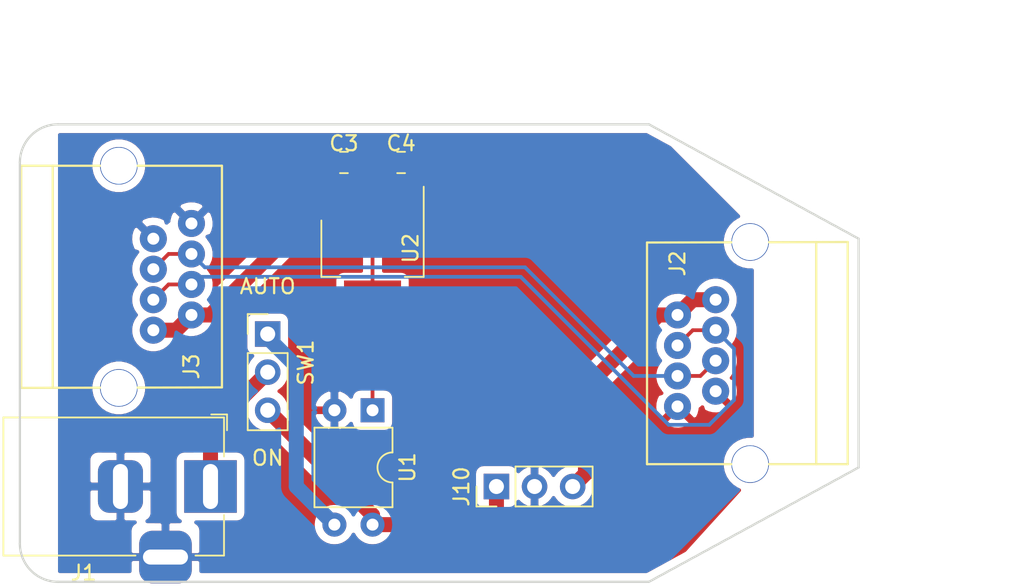
<source format=kicad_pcb>
(kicad_pcb (version 20171130) (host pcbnew 5.1.4)

  (general
    (thickness 1.6)
    (drawings 12)
    (tracks 52)
    (zones 0)
    (modules 9)
    (nets 10)
  )

  (page A4)
  (layers
    (0 F.Cu signal)
    (31 B.Cu signal)
    (32 B.Adhes user)
    (33 F.Adhes user)
    (34 B.Paste user)
    (35 F.Paste user)
    (36 B.SilkS user)
    (37 F.SilkS user)
    (38 B.Mask user)
    (39 F.Mask user)
    (40 Dwgs.User user)
    (41 Cmts.User user)
    (42 Eco1.User user)
    (43 Eco2.User user)
    (44 Edge.Cuts user)
    (45 Margin user)
    (46 B.CrtYd user)
    (47 F.CrtYd user)
    (48 B.Fab user)
    (49 F.Fab user)
  )

  (setup
    (last_trace_width 0.25)
    (trace_clearance 0.2)
    (zone_clearance 0.508)
    (zone_45_only no)
    (trace_min 0.2)
    (via_size 0.8)
    (via_drill 0.4)
    (via_min_size 0.4)
    (via_min_drill 0.3)
    (uvia_size 0.3)
    (uvia_drill 0.1)
    (uvias_allowed no)
    (uvia_min_size 0.2)
    (uvia_min_drill 0.1)
    (edge_width 0.15)
    (segment_width 0.2)
    (pcb_text_width 0.3)
    (pcb_text_size 1.5 1.5)
    (mod_edge_width 0.15)
    (mod_text_size 1 1)
    (mod_text_width 0.15)
    (pad_size 2 0.9)
    (pad_drill 0)
    (pad_to_mask_clearance 0.051)
    (solder_mask_min_width 0.25)
    (aux_axis_origin 0 0)
    (visible_elements FFFFFF7F)
    (pcbplotparams
      (layerselection 0x010f0_ffffffff)
      (usegerberextensions true)
      (usegerberattributes false)
      (usegerberadvancedattributes false)
      (creategerberjobfile false)
      (excludeedgelayer true)
      (linewidth 0.100000)
      (plotframeref false)
      (viasonmask false)
      (mode 1)
      (useauxorigin false)
      (hpglpennumber 1)
      (hpglpenspeed 20)
      (hpglpendiameter 15.000000)
      (psnegative false)
      (psa4output false)
      (plotreference true)
      (plotvalue true)
      (plotinvisibletext false)
      (padsonsilk false)
      (subtractmaskfromsilk true)
      (outputformat 1)
      (mirror false)
      (drillshape 0)
      (scaleselection 1)
      (outputdirectory ""))
  )

  (net 0 "")
  (net 1 GND)
  (net 2 /B)
  (net 3 /A)
  (net 4 /VCTRLR)
  (net 5 /1V2)
  (net 6 /VBATT_IN)
  (net 7 /VBATT)
  (net 8 /5V)
  (net 9 /VBATT_AUTO)

  (net_class Default "これはデフォルトのネット クラスです。"
    (clearance 0.2)
    (trace_width 0.25)
    (via_dia 0.8)
    (via_drill 0.4)
    (uvia_dia 0.3)
    (uvia_drill 0.1)
    (add_net /1V2)
    (add_net /A)
    (add_net /B)
    (add_net GND)
  )

  (net_class Power ""
    (clearance 0.2)
    (trace_width 1)
    (via_dia 1)
    (via_drill 0.5)
    (uvia_dia 0.3)
    (uvia_drill 0.1)
    (add_net /5V)
    (add_net /VBATT)
    (add_net /VBATT_AUTO)
    (add_net /VBATT_IN)
    (add_net /VCTRLR)
  )

  (module lib:RJ45 (layer F.Cu) (tedit 5CBB2EC2) (tstamp 5CBB34FA)
    (at 127 92.71 270)
    (path /5CBB3D57)
    (fp_text reference J3 (at 5.969 -2.54 270) (layer F.SilkS)
      (effects (font (size 1 1) (thickness 0.15)))
    )
    (fp_text value RJ45 (at 0 7.62 270) (layer F.Fab)
      (effects (font (size 1 1) (thickness 0.15)))
    )
    (fp_line (start -7.4 6.7) (end 7.4 6.7) (layer F.SilkS) (width 0.15))
    (fp_line (start -7.4 8.8) (end 7.4 8.8) (layer F.SilkS) (width 0.15))
    (fp_line (start 7.366 -4.572) (end 7.4 8.8) (layer F.SilkS) (width 0.15))
    (fp_line (start 7.366 -4.572) (end -7.4 -4.572) (layer F.SilkS) (width 0.15))
    (fp_line (start -7.4 -4.572) (end -7.4 8.8) (layer F.SilkS) (width 0.15))
    (pad 1 thru_hole circle (at 3.556 0 270) (size 1.8 1.8) (drill 0.8) (layers *.Cu *.Mask)
      (net 4 /VCTRLR))
    (pad 2 thru_hole circle (at 2.54 -2.54 270) (size 1.8 1.8) (drill 0.8) (layers *.Cu *.Mask)
      (net 4 /VCTRLR))
    (pad 3 thru_hole circle (at 1.524 0 270) (size 1.8 1.8) (drill 0.8) (layers *.Cu *.Mask)
      (net 2 /B))
    (pad 4 thru_hole circle (at 0.508 -2.54 270) (size 1.8 1.8) (drill 0.8) (layers *.Cu *.Mask)
      (net 2 /B))
    (pad 5 thru_hole circle (at -0.508 0 270) (size 1.8 1.8) (drill 0.8) (layers *.Cu *.Mask)
      (net 3 /A))
    (pad 6 thru_hole circle (at -1.524 -2.54 270) (size 1.8 1.8) (drill 0.8) (layers *.Cu *.Mask)
      (net 3 /A))
    (pad 7 thru_hole circle (at -2.54 0 270) (size 1.8 1.8) (drill 0.8) (layers *.Cu *.Mask)
      (net 1 GND))
    (pad 8 thru_hole circle (at -3.556 -2.54 270) (size 1.8 1.8) (drill 0.8) (layers *.Cu *.Mask)
      (net 1 GND))
    (pad "" np_thru_hole circle (at -7.4 2.3 270) (size 2.5 2.5) (drill 2.4) (layers *.Cu *.Mask))
    (pad "" np_thru_hole circle (at 7.4 2.3 270) (size 2.5 2.5) (drill 2.4) (layers *.Cu *.Mask))
  )

  (module Package_TO_SOT_SMD:SOT-223-3_TabPin2 (layer F.Cu) (tedit 5A02FF57) (tstamp 5D540408)
    (at 141.605 90.805 270)
    (descr "module CMS SOT223 4 pins")
    (tags "CMS SOT")
    (path /5D56F2FA)
    (attr smd)
    (fp_text reference U2 (at 0 -2.54 90) (layer F.SilkS)
      (effects (font (size 1 1) (thickness 0.15)))
    )
    (fp_text value AMS1117-1.2 (at 0 4.5 90) (layer F.Fab)
      (effects (font (size 1 1) (thickness 0.15)))
    )
    (fp_text user %R (at 0 0) (layer F.Fab)
      (effects (font (size 0.8 0.8) (thickness 0.12)))
    )
    (fp_line (start 1.91 3.41) (end 1.91 2.15) (layer F.SilkS) (width 0.12))
    (fp_line (start 1.91 -3.41) (end 1.91 -2.15) (layer F.SilkS) (width 0.12))
    (fp_line (start 4.4 -3.6) (end -4.4 -3.6) (layer F.CrtYd) (width 0.05))
    (fp_line (start 4.4 3.6) (end 4.4 -3.6) (layer F.CrtYd) (width 0.05))
    (fp_line (start -4.4 3.6) (end 4.4 3.6) (layer F.CrtYd) (width 0.05))
    (fp_line (start -4.4 -3.6) (end -4.4 3.6) (layer F.CrtYd) (width 0.05))
    (fp_line (start -1.85 -2.35) (end -0.85 -3.35) (layer F.Fab) (width 0.1))
    (fp_line (start -1.85 -2.35) (end -1.85 3.35) (layer F.Fab) (width 0.1))
    (fp_line (start -1.85 3.41) (end 1.91 3.41) (layer F.SilkS) (width 0.12))
    (fp_line (start -0.85 -3.35) (end 1.85 -3.35) (layer F.Fab) (width 0.1))
    (fp_line (start -4.1 -3.41) (end 1.91 -3.41) (layer F.SilkS) (width 0.12))
    (fp_line (start -1.85 3.35) (end 1.85 3.35) (layer F.Fab) (width 0.1))
    (fp_line (start 1.85 -3.35) (end 1.85 3.35) (layer F.Fab) (width 0.1))
    (pad 2 smd rect (at 3.15 0 270) (size 2 3.8) (layers F.Cu F.Paste F.Mask)
      (net 5 /1V2))
    (pad 2 smd rect (at -3.15 0 270) (size 2 1.5) (layers F.Cu F.Paste F.Mask)
      (net 5 /1V2))
    (pad 3 smd rect (at -3.15 2.3 270) (size 2 1.5) (layers F.Cu F.Paste F.Mask)
      (net 4 /VCTRLR))
    (pad 1 smd rect (at -3.15 -2.3 270) (size 2 1.5) (layers F.Cu F.Paste F.Mask)
      (net 1 GND))
    (model ${KISYS3DMOD}/Package_TO_SOT_SMD.3dshapes/SOT-223.wrl
      (at (xyz 0 0 0))
      (scale (xyz 1 1 1))
      (rotate (xyz 0 0 0))
    )
  )

  (module Connector_PinHeader_2.54mm:PinHeader_1x03_P2.54mm_Vertical (layer F.Cu) (tedit 59FED5CC) (tstamp 5D542DCB)
    (at 134.62 96.52)
    (descr "Through hole straight pin header, 1x03, 2.54mm pitch, single row")
    (tags "Through hole pin header THT 1x03 2.54mm single row")
    (path /5D58070A)
    (fp_text reference SW1 (at 2.54 1.905 90) (layer F.SilkS)
      (effects (font (size 1 1) (thickness 0.15)))
    )
    (fp_text value SW_SPDT (at 0 7.41) (layer F.Fab)
      (effects (font (size 1 1) (thickness 0.15)))
    )
    (fp_line (start -0.635 -1.27) (end 1.27 -1.27) (layer F.Fab) (width 0.1))
    (fp_line (start 1.27 -1.27) (end 1.27 6.35) (layer F.Fab) (width 0.1))
    (fp_line (start 1.27 6.35) (end -1.27 6.35) (layer F.Fab) (width 0.1))
    (fp_line (start -1.27 6.35) (end -1.27 -0.635) (layer F.Fab) (width 0.1))
    (fp_line (start -1.27 -0.635) (end -0.635 -1.27) (layer F.Fab) (width 0.1))
    (fp_line (start -1.33 6.41) (end 1.33 6.41) (layer F.SilkS) (width 0.12))
    (fp_line (start -1.33 1.27) (end -1.33 6.41) (layer F.SilkS) (width 0.12))
    (fp_line (start 1.33 1.27) (end 1.33 6.41) (layer F.SilkS) (width 0.12))
    (fp_line (start -1.33 1.27) (end 1.33 1.27) (layer F.SilkS) (width 0.12))
    (fp_line (start -1.33 0) (end -1.33 -1.33) (layer F.SilkS) (width 0.12))
    (fp_line (start -1.33 -1.33) (end 0 -1.33) (layer F.SilkS) (width 0.12))
    (fp_line (start -1.8 -1.8) (end -1.8 6.85) (layer F.CrtYd) (width 0.05))
    (fp_line (start -1.8 6.85) (end 1.8 6.85) (layer F.CrtYd) (width 0.05))
    (fp_line (start 1.8 6.85) (end 1.8 -1.8) (layer F.CrtYd) (width 0.05))
    (fp_line (start 1.8 -1.8) (end -1.8 -1.8) (layer F.CrtYd) (width 0.05))
    (fp_text user %R (at 0 2.54 90) (layer F.Fab)
      (effects (font (size 1 1) (thickness 0.15)))
    )
    (pad 1 thru_hole rect (at 0 0) (size 1.7 1.7) (drill 1) (layers *.Cu *.Mask)
      (net 9 /VBATT_AUTO))
    (pad 2 thru_hole oval (at 0 2.54) (size 1.7 1.7) (drill 1) (layers *.Cu *.Mask)
      (net 6 /VBATT_IN))
    (pad 3 thru_hole oval (at 0 5.08) (size 1.7 1.7) (drill 1) (layers *.Cu *.Mask)
      (net 7 /VBATT))
    (model ${KISYS3DMOD}/Connector_PinHeader_2.54mm.3dshapes/PinHeader_1x03_P2.54mm_Vertical.wrl
      (at (xyz 0 0 0))
      (scale (xyz 1 1 1))
      (rotate (xyz 0 0 0))
    )
  )

  (module Capacitor_SMD:C_0805_2012Metric_Pad1.15x1.40mm_HandSolder (layer F.Cu) (tedit 5B36C52B) (tstamp 5D576D00)
    (at 139.7 85.09 180)
    (descr "Capacitor SMD 0805 (2012 Metric), square (rectangular) end terminal, IPC_7351 nominal with elongated pad for handsoldering. (Body size source: https://docs.google.com/spreadsheets/d/1BsfQQcO9C6DZCsRaXUlFlo91Tg2WpOkGARC1WS5S8t0/edit?usp=sharing), generated with kicad-footprint-generator")
    (tags "capacitor handsolder")
    (path /5D6C0A80)
    (attr smd)
    (fp_text reference C3 (at 0 1.27) (layer F.SilkS)
      (effects (font (size 1 1) (thickness 0.15)))
    )
    (fp_text value 0.1uF (at 0 1.65) (layer F.Fab)
      (effects (font (size 1 1) (thickness 0.15)))
    )
    (fp_line (start -1 0.6) (end -1 -0.6) (layer F.Fab) (width 0.1))
    (fp_line (start -1 -0.6) (end 1 -0.6) (layer F.Fab) (width 0.1))
    (fp_line (start 1 -0.6) (end 1 0.6) (layer F.Fab) (width 0.1))
    (fp_line (start 1 0.6) (end -1 0.6) (layer F.Fab) (width 0.1))
    (fp_line (start -0.261252 -0.71) (end 0.261252 -0.71) (layer F.SilkS) (width 0.12))
    (fp_line (start -0.261252 0.71) (end 0.261252 0.71) (layer F.SilkS) (width 0.12))
    (fp_line (start -1.85 0.95) (end -1.85 -0.95) (layer F.CrtYd) (width 0.05))
    (fp_line (start -1.85 -0.95) (end 1.85 -0.95) (layer F.CrtYd) (width 0.05))
    (fp_line (start 1.85 -0.95) (end 1.85 0.95) (layer F.CrtYd) (width 0.05))
    (fp_line (start 1.85 0.95) (end -1.85 0.95) (layer F.CrtYd) (width 0.05))
    (fp_text user %R (at 0 0) (layer F.Fab)
      (effects (font (size 0.5 0.5) (thickness 0.08)))
    )
    (pad 1 smd roundrect (at -1.025 0 180) (size 1.15 1.4) (layers F.Cu F.Paste F.Mask) (roundrect_rratio 0.217391)
      (net 4 /VCTRLR))
    (pad 2 smd roundrect (at 1.025 0 180) (size 1.15 1.4) (layers F.Cu F.Paste F.Mask) (roundrect_rratio 0.217391)
      (net 1 GND))
    (model ${KISYS3DMOD}/Capacitor_SMD.3dshapes/C_0805_2012Metric.wrl
      (at (xyz 0 0 0))
      (scale (xyz 1 1 1))
      (rotate (xyz 0 0 0))
    )
  )

  (module Capacitor_SMD:C_0805_2012Metric_Pad1.15x1.40mm_HandSolder (layer F.Cu) (tedit 5B36C52B) (tstamp 5D576D11)
    (at 143.51 85.09)
    (descr "Capacitor SMD 0805 (2012 Metric), square (rectangular) end terminal, IPC_7351 nominal with elongated pad for handsoldering. (Body size source: https://docs.google.com/spreadsheets/d/1BsfQQcO9C6DZCsRaXUlFlo91Tg2WpOkGARC1WS5S8t0/edit?usp=sharing), generated with kicad-footprint-generator")
    (tags "capacitor handsolder")
    (path /5D6C1767)
    (attr smd)
    (fp_text reference C4 (at 0 -1.27) (layer F.SilkS)
      (effects (font (size 1 1) (thickness 0.15)))
    )
    (fp_text value 0.1uF (at 0 1.65) (layer F.Fab)
      (effects (font (size 1 1) (thickness 0.15)))
    )
    (fp_text user %R (at 0 0) (layer F.Fab)
      (effects (font (size 0.5 0.5) (thickness 0.08)))
    )
    (fp_line (start 1.85 0.95) (end -1.85 0.95) (layer F.CrtYd) (width 0.05))
    (fp_line (start 1.85 -0.95) (end 1.85 0.95) (layer F.CrtYd) (width 0.05))
    (fp_line (start -1.85 -0.95) (end 1.85 -0.95) (layer F.CrtYd) (width 0.05))
    (fp_line (start -1.85 0.95) (end -1.85 -0.95) (layer F.CrtYd) (width 0.05))
    (fp_line (start -0.261252 0.71) (end 0.261252 0.71) (layer F.SilkS) (width 0.12))
    (fp_line (start -0.261252 -0.71) (end 0.261252 -0.71) (layer F.SilkS) (width 0.12))
    (fp_line (start 1 0.6) (end -1 0.6) (layer F.Fab) (width 0.1))
    (fp_line (start 1 -0.6) (end 1 0.6) (layer F.Fab) (width 0.1))
    (fp_line (start -1 -0.6) (end 1 -0.6) (layer F.Fab) (width 0.1))
    (fp_line (start -1 0.6) (end -1 -0.6) (layer F.Fab) (width 0.1))
    (pad 2 smd roundrect (at 1.025 0) (size 1.15 1.4) (layers F.Cu F.Paste F.Mask) (roundrect_rratio 0.217391)
      (net 1 GND))
    (pad 1 smd roundrect (at -1.025 0) (size 1.15 1.4) (layers F.Cu F.Paste F.Mask) (roundrect_rratio 0.217391)
      (net 5 /1V2))
    (model ${KISYS3DMOD}/Capacitor_SMD.3dshapes/C_0805_2012Metric.wrl
      (at (xyz 0 0 0))
      (scale (xyz 1 1 1))
      (rotate (xyz 0 0 0))
    )
  )

  (module Connector_BarrelJack:BarrelJack_Horizontal (layer F.Cu) (tedit 5A1DBF6A) (tstamp 5DCD293B)
    (at 130.81 106.68)
    (descr "DC Barrel Jack")
    (tags "Power Jack")
    (path /5DD41354)
    (fp_text reference J1 (at -8.45 5.75) (layer F.SilkS)
      (effects (font (size 1 1) (thickness 0.15)))
    )
    (fp_text value Barrel_Jack_Switch (at -6.2 -5.5) (layer F.Fab)
      (effects (font (size 1 1) (thickness 0.15)))
    )
    (fp_text user %R (at -3 -2.95) (layer F.Fab)
      (effects (font (size 1 1) (thickness 0.15)))
    )
    (fp_line (start -0.003213 -4.505425) (end 0.8 -3.75) (layer F.Fab) (width 0.1))
    (fp_line (start 1.1 -3.75) (end 1.1 -4.8) (layer F.SilkS) (width 0.12))
    (fp_line (start 0.05 -4.8) (end 1.1 -4.8) (layer F.SilkS) (width 0.12))
    (fp_line (start 1 -4.5) (end 1 -4.75) (layer F.CrtYd) (width 0.05))
    (fp_line (start 1 -4.75) (end -14 -4.75) (layer F.CrtYd) (width 0.05))
    (fp_line (start 1 -4.5) (end 1 -2) (layer F.CrtYd) (width 0.05))
    (fp_line (start 1 -2) (end 2 -2) (layer F.CrtYd) (width 0.05))
    (fp_line (start 2 -2) (end 2 2) (layer F.CrtYd) (width 0.05))
    (fp_line (start 2 2) (end 1 2) (layer F.CrtYd) (width 0.05))
    (fp_line (start 1 2) (end 1 4.75) (layer F.CrtYd) (width 0.05))
    (fp_line (start 1 4.75) (end -1 4.75) (layer F.CrtYd) (width 0.05))
    (fp_line (start -1 4.75) (end -1 6.75) (layer F.CrtYd) (width 0.05))
    (fp_line (start -1 6.75) (end -5 6.75) (layer F.CrtYd) (width 0.05))
    (fp_line (start -5 6.75) (end -5 4.75) (layer F.CrtYd) (width 0.05))
    (fp_line (start -5 4.75) (end -14 4.75) (layer F.CrtYd) (width 0.05))
    (fp_line (start -14 4.75) (end -14 -4.75) (layer F.CrtYd) (width 0.05))
    (fp_line (start -5 4.6) (end -13.8 4.6) (layer F.SilkS) (width 0.12))
    (fp_line (start -13.8 4.6) (end -13.8 -4.6) (layer F.SilkS) (width 0.12))
    (fp_line (start 0.9 1.9) (end 0.9 4.6) (layer F.SilkS) (width 0.12))
    (fp_line (start 0.9 4.6) (end -1 4.6) (layer F.SilkS) (width 0.12))
    (fp_line (start -13.8 -4.6) (end 0.9 -4.6) (layer F.SilkS) (width 0.12))
    (fp_line (start 0.9 -4.6) (end 0.9 -2) (layer F.SilkS) (width 0.12))
    (fp_line (start -10.2 -4.5) (end -10.2 4.5) (layer F.Fab) (width 0.1))
    (fp_line (start -13.7 -4.5) (end -13.7 4.5) (layer F.Fab) (width 0.1))
    (fp_line (start -13.7 4.5) (end 0.8 4.5) (layer F.Fab) (width 0.1))
    (fp_line (start 0.8 4.5) (end 0.8 -3.75) (layer F.Fab) (width 0.1))
    (fp_line (start 0 -4.5) (end -13.7 -4.5) (layer F.Fab) (width 0.1))
    (pad 1 thru_hole rect (at 0 0) (size 3.5 3.5) (drill oval 1 3) (layers *.Cu *.Mask)
      (net 6 /VBATT_IN))
    (pad 2 thru_hole roundrect (at -6 0) (size 3 3.5) (drill oval 1 3) (layers *.Cu *.Mask) (roundrect_rratio 0.25)
      (net 1 GND))
    (pad 3 thru_hole roundrect (at -3 4.7) (size 3.5 3.5) (drill oval 3 1) (layers *.Cu *.Mask) (roundrect_rratio 0.25)
      (net 1 GND))
    (model ${KISYS3DMOD}/Connector_BarrelJack.3dshapes/BarrelJack_Horizontal.wrl
      (at (xyz 0 0 0))
      (scale (xyz 1 1 1))
      (rotate (xyz 0 0 0))
    )
  )

  (module lib:RJ45 (layer F.Cu) (tedit 5CBB2EC2) (tstamp 5DCD294E)
    (at 164.465 97.79 90)
    (path /5DCE163B)
    (fp_text reference J2 (at 5.969 -2.54 90) (layer F.SilkS)
      (effects (font (size 1 1) (thickness 0.15)))
    )
    (fp_text value RJ45 (at 0 7.62 90) (layer F.Fab)
      (effects (font (size 1 1) (thickness 0.15)))
    )
    (fp_line (start -7.4 6.7) (end 7.4 6.7) (layer F.SilkS) (width 0.15))
    (fp_line (start -7.4 8.8) (end 7.4 8.8) (layer F.SilkS) (width 0.15))
    (fp_line (start 7.366 -4.572) (end 7.4 8.8) (layer F.SilkS) (width 0.15))
    (fp_line (start 7.366 -4.572) (end -7.4 -4.572) (layer F.SilkS) (width 0.15))
    (fp_line (start -7.4 -4.572) (end -7.4 8.8) (layer F.SilkS) (width 0.15))
    (pad 1 thru_hole circle (at 3.556 0 90) (size 1.8 1.8) (drill 0.8) (layers *.Cu *.Mask)
      (net 8 /5V))
    (pad 2 thru_hole circle (at 2.54 -2.54 90) (size 1.8 1.8) (drill 0.8) (layers *.Cu *.Mask)
      (net 8 /5V))
    (pad 3 thru_hole circle (at 1.524 0 90) (size 1.8 1.8) (drill 0.8) (layers *.Cu *.Mask)
      (net 2 /B))
    (pad 4 thru_hole circle (at 0.508 -2.54 90) (size 1.8 1.8) (drill 0.8) (layers *.Cu *.Mask)
      (net 2 /B))
    (pad 5 thru_hole circle (at -0.508 0 90) (size 1.8 1.8) (drill 0.8) (layers *.Cu *.Mask)
      (net 3 /A))
    (pad 6 thru_hole circle (at -1.524 -2.54 90) (size 1.8 1.8) (drill 0.8) (layers *.Cu *.Mask)
      (net 3 /A))
    (pad 7 thru_hole circle (at -2.54 0 90) (size 1.8 1.8) (drill 0.8) (layers *.Cu *.Mask)
      (net 1 GND))
    (pad 8 thru_hole circle (at -3.556 -2.54 90) (size 1.8 1.8) (drill 0.8) (layers *.Cu *.Mask)
      (net 1 GND))
    (pad "" np_thru_hole circle (at -7.4 2.3 90) (size 2.5 2.5) (drill 2.4) (layers *.Cu *.Mask))
    (pad "" np_thru_hole circle (at 7.4 2.3 90) (size 2.5 2.5) (drill 2.4) (layers *.Cu *.Mask))
  )

  (module Connector_PinHeader_2.54mm:PinHeader_1x03_P2.54mm_Vertical (layer F.Cu) (tedit 59FED5CC) (tstamp 5DCD294F)
    (at 149.86 106.68 90)
    (descr "Through hole straight pin header, 1x03, 2.54mm pitch, single row")
    (tags "Through hole pin header THT 1x03 2.54mm single row")
    (path /5CBBD280)
    (fp_text reference J10 (at 0 -2.33 90) (layer F.SilkS)
      (effects (font (size 1 1) (thickness 0.15)))
    )
    (fp_text value DCDC (at 0 7.41 90) (layer F.Fab)
      (effects (font (size 1 1) (thickness 0.15)))
    )
    (fp_line (start -0.635 -1.27) (end 1.27 -1.27) (layer F.Fab) (width 0.1))
    (fp_line (start 1.27 -1.27) (end 1.27 6.35) (layer F.Fab) (width 0.1))
    (fp_line (start 1.27 6.35) (end -1.27 6.35) (layer F.Fab) (width 0.1))
    (fp_line (start -1.27 6.35) (end -1.27 -0.635) (layer F.Fab) (width 0.1))
    (fp_line (start -1.27 -0.635) (end -0.635 -1.27) (layer F.Fab) (width 0.1))
    (fp_line (start -1.33 6.41) (end 1.33 6.41) (layer F.SilkS) (width 0.12))
    (fp_line (start -1.33 1.27) (end -1.33 6.41) (layer F.SilkS) (width 0.12))
    (fp_line (start 1.33 1.27) (end 1.33 6.41) (layer F.SilkS) (width 0.12))
    (fp_line (start -1.33 1.27) (end 1.33 1.27) (layer F.SilkS) (width 0.12))
    (fp_line (start -1.33 0) (end -1.33 -1.33) (layer F.SilkS) (width 0.12))
    (fp_line (start -1.33 -1.33) (end 0 -1.33) (layer F.SilkS) (width 0.12))
    (fp_line (start -1.8 -1.8) (end -1.8 6.85) (layer F.CrtYd) (width 0.05))
    (fp_line (start -1.8 6.85) (end 1.8 6.85) (layer F.CrtYd) (width 0.05))
    (fp_line (start 1.8 6.85) (end 1.8 -1.8) (layer F.CrtYd) (width 0.05))
    (fp_line (start 1.8 -1.8) (end -1.8 -1.8) (layer F.CrtYd) (width 0.05))
    (fp_text user %R (at 0 2.54) (layer F.Fab)
      (effects (font (size 1 1) (thickness 0.15)))
    )
    (pad 1 thru_hole rect (at 0 0 90) (size 1.7 1.7) (drill 1) (layers *.Cu *.Mask)
      (net 7 /VBATT))
    (pad 2 thru_hole oval (at 0 2.54 90) (size 1.7 1.7) (drill 1) (layers *.Cu *.Mask)
      (net 1 GND))
    (pad 3 thru_hole oval (at 0 5.08 90) (size 1.7 1.7) (drill 1) (layers *.Cu *.Mask)
      (net 8 /5V))
    (model ${KISYS3DMOD}/Connector_PinHeader_2.54mm.3dshapes/PinHeader_1x03_P2.54mm_Vertical.wrl
      (at (xyz 0 0 0))
      (scale (xyz 1 1 1))
      (rotate (xyz 0 0 0))
    )
  )

  (module Package_DIP:DIP-4_W7.62mm (layer F.Cu) (tedit 5A02E8C5) (tstamp 5DCD2C9A)
    (at 141.605 101.6 270)
    (descr "4-lead though-hole mounted DIP package, row spacing 7.62 mm (300 mils)")
    (tags "THT DIP DIL PDIP 2.54mm 7.62mm 300mil")
    (path /5DD4CCCC)
    (fp_text reference U1 (at 3.81 -2.33 90) (layer F.SilkS)
      (effects (font (size 1 1) (thickness 0.15)))
    )
    (fp_text value TLP222A (at 3.81 4.87 90) (layer F.Fab)
      (effects (font (size 1 1) (thickness 0.15)))
    )
    (fp_arc (start 3.81 -1.33) (end 2.81 -1.33) (angle -180) (layer F.SilkS) (width 0.12))
    (fp_line (start 1.635 -1.27) (end 6.985 -1.27) (layer F.Fab) (width 0.1))
    (fp_line (start 6.985 -1.27) (end 6.985 3.81) (layer F.Fab) (width 0.1))
    (fp_line (start 6.985 3.81) (end 0.635 3.81) (layer F.Fab) (width 0.1))
    (fp_line (start 0.635 3.81) (end 0.635 -0.27) (layer F.Fab) (width 0.1))
    (fp_line (start 0.635 -0.27) (end 1.635 -1.27) (layer F.Fab) (width 0.1))
    (fp_line (start 2.81 -1.33) (end 1.16 -1.33) (layer F.SilkS) (width 0.12))
    (fp_line (start 1.16 -1.33) (end 1.16 3.87) (layer F.SilkS) (width 0.12))
    (fp_line (start 1.16 3.87) (end 6.46 3.87) (layer F.SilkS) (width 0.12))
    (fp_line (start 6.46 3.87) (end 6.46 -1.33) (layer F.SilkS) (width 0.12))
    (fp_line (start 6.46 -1.33) (end 4.81 -1.33) (layer F.SilkS) (width 0.12))
    (fp_line (start -1.1 -1.55) (end -1.1 4.1) (layer F.CrtYd) (width 0.05))
    (fp_line (start -1.1 4.1) (end 8.7 4.1) (layer F.CrtYd) (width 0.05))
    (fp_line (start 8.7 4.1) (end 8.7 -1.55) (layer F.CrtYd) (width 0.05))
    (fp_line (start 8.7 -1.55) (end -1.1 -1.55) (layer F.CrtYd) (width 0.05))
    (fp_text user %R (at 3.81 1.27 90) (layer F.Fab)
      (effects (font (size 1 1) (thickness 0.15)))
    )
    (pad 1 thru_hole rect (at 0 0 270) (size 1.6 1.6) (drill 0.8) (layers *.Cu *.Mask)
      (net 5 /1V2))
    (pad 3 thru_hole oval (at 7.62 2.54 270) (size 1.6 1.6) (drill 0.8) (layers *.Cu *.Mask)
      (net 9 /VBATT_AUTO))
    (pad 2 thru_hole oval (at 0 2.54 270) (size 1.6 1.6) (drill 0.8) (layers *.Cu *.Mask)
      (net 1 GND))
    (pad 4 thru_hole oval (at 7.62 0 270) (size 1.6 1.6) (drill 0.8) (layers *.Cu *.Mask)
      (net 7 /VBATT))
    (model ${KISYS3DMOD}/Package_DIP.3dshapes/DIP-4_W7.62mm.wrl
      (at (xyz 0 0 0))
      (scale (xyz 1 1 1))
      (rotate (xyz 0 0 0))
    )
  )

  (gr_text AUTO (at 134.62 93.345) (layer F.SilkS)
    (effects (font (size 1 1) (thickness 0.15)))
  )
  (gr_text ON (at 134.62 104.775) (layer F.SilkS)
    (effects (font (size 1 1) (thickness 0.15)))
  )
  (gr_line (start 173.99 105.41) (end 160.02 113.03) (layer Edge.Cuts) (width 0.15) (tstamp 5DCD3B9C))
  (gr_line (start 160.02 82.55) (end 173.99 90.17) (layer Edge.Cuts) (width 0.15) (tstamp 5DCD3B95))
  (gr_arc (start 120.65 110.49) (end 118.11 110.49) (angle -90) (layer Edge.Cuts) (width 0.15))
  (gr_arc (start 120.65 85.09) (end 120.65 82.55) (angle -90) (layer Edge.Cuts) (width 0.15))
  (dimension 30.48 (width 0.3) (layer Cmts.User)
    (gr_text "30.480 mm" (at 183.075 97.79 270) (layer Cmts.User)
      (effects (font (size 1.5 1.5) (thickness 0.3)))
    )
    (feature1 (pts (xy 178.435 113.03) (xy 181.561421 113.03)))
    (feature2 (pts (xy 178.435 82.55) (xy 181.561421 82.55)))
    (crossbar (pts (xy 180.975 82.55) (xy 180.975 113.03)))
    (arrow1a (pts (xy 180.975 113.03) (xy 180.388579 111.903496)))
    (arrow1b (pts (xy 180.975 113.03) (xy 181.561421 111.903496)))
    (arrow2a (pts (xy 180.975 82.55) (xy 180.388579 83.676504)))
    (arrow2b (pts (xy 180.975 82.55) (xy 181.561421 83.676504)))
  )
  (dimension 55.88 (width 0.3) (layer Cmts.User)
    (gr_text "55.880 mm" (at 146.05 75.37) (layer Cmts.User)
      (effects (font (size 1.5 1.5) (thickness 0.3)))
    )
    (feature1 (pts (xy 173.99 81.28) (xy 173.99 76.883579)))
    (feature2 (pts (xy 118.11 81.28) (xy 118.11 76.883579)))
    (crossbar (pts (xy 118.11 77.47) (xy 173.99 77.47)))
    (arrow1a (pts (xy 173.99 77.47) (xy 172.863496 78.056421)))
    (arrow1b (pts (xy 173.99 77.47) (xy 172.863496 76.883579)))
    (arrow2a (pts (xy 118.11 77.47) (xy 119.236504 78.056421)))
    (arrow2b (pts (xy 118.11 77.47) (xy 119.236504 76.883579)))
  )
  (gr_line (start 118.11 110.49) (end 118.11 85.09) (layer Edge.Cuts) (width 0.15))
  (gr_line (start 160.02 113.03) (end 120.65 113.03) (layer Edge.Cuts) (width 0.15))
  (gr_line (start 173.99 90.17) (end 173.99 105.41) (layer Edge.Cuts) (width 0.15))
  (gr_line (start 120.65 82.55) (end 160.02 82.55) (layer Edge.Cuts) (width 0.15))

  (segment (start 128.016 93.218) (end 129.54 93.218) (width 0.25) (layer F.Cu) (net 2) (status 20))
  (segment (start 127 94.234) (end 128.016 93.218) (width 0.25) (layer F.Cu) (net 2) (status 10))
  (segment (start 162.941 96.266) (end 164.465 96.266) (width 0.25) (layer F.Cu) (net 2) (status 20))
  (segment (start 161.925 97.282) (end 162.941 96.266) (width 0.25) (layer F.Cu) (net 2) (status 10))
  (segment (start 165.364999 97.165999) (end 164.465 96.266) (width 0.25) (layer B.Cu) (net 2) (status 20))
  (segment (start 165.690001 100.918001) (end 165.690001 97.491001) (width 0.25) (layer B.Cu) (net 2))
  (segment (start 165.690001 97.491001) (end 165.364999 97.165999) (width 0.25) (layer B.Cu) (net 2))
  (segment (start 130.048 92.71) (end 151.475998 92.71) (width 0.25) (layer B.Cu) (net 2) (status 10))
  (segment (start 129.54 93.218) (end 130.048 92.71) (width 0.25) (layer B.Cu) (net 2) (status 30))
  (segment (start 161.336999 102.571001) (end 164.037001 102.571001) (width 0.25) (layer B.Cu) (net 2))
  (segment (start 164.037001 102.571001) (end 165.690001 100.918001) (width 0.25) (layer B.Cu) (net 2))
  (segment (start 151.475998 92.71) (end 161.336999 102.571001) (width 0.25) (layer B.Cu) (net 2))
  (segment (start 128.016 91.186) (end 129.54 91.186) (width 0.25) (layer F.Cu) (net 3) (status 20))
  (segment (start 127 92.202) (end 128.016 91.186) (width 0.25) (layer F.Cu) (net 3) (status 10))
  (segment (start 163.449 99.314) (end 164.465 98.298) (width 0.25) (layer F.Cu) (net 3) (status 20))
  (segment (start 161.925 99.314) (end 163.449 99.314) (width 0.25) (layer F.Cu) (net 3) (status 10))
  (segment (start 159.004 99.314) (end 161.925 99.314) (width 0.25) (layer B.Cu) (net 3) (status 20))
  (segment (start 129.54 91.186) (end 130.429 92.075) (width 0.25) (layer B.Cu) (net 3) (status 10))
  (segment (start 151.765 92.075) (end 159.004 99.314) (width 0.25) (layer B.Cu) (net 3))
  (segment (start 130.429 92.075) (end 151.765 92.075) (width 0.25) (layer B.Cu) (net 3))
  (segment (start 140.101628 86.858372) (end 139.305 87.655) (width 1) (layer F.Cu) (net 4) (status 20))
  (segment (start 140.101628 85.713372) (end 140.101628 86.858372) (width 1) (layer F.Cu) (net 4))
  (segment (start 140.725 85.09) (end 140.101628 85.713372) (width 1) (layer F.Cu) (net 4) (status 10))
  (segment (start 128.524 96.266) (end 129.54 95.25) (width 1) (layer F.Cu) (net 4) (status 20))
  (segment (start 127 96.266) (end 128.524 96.266) (width 1) (layer F.Cu) (net 4) (status 10))
  (segment (start 130.812792 95.25) (end 137.16 88.902792) (width 1) (layer F.Cu) (net 4))
  (segment (start 129.54 95.25) (end 130.812792 95.25) (width 1) (layer F.Cu) (net 4) (status 10))
  (segment (start 137.16 88.902792) (end 137.792208 88.902792) (width 1) (layer F.Cu) (net 4))
  (segment (start 139.04 87.655) (end 139.305 87.655) (width 1) (layer F.Cu) (net 4) (status 30))
  (segment (start 137.792208 88.902792) (end 139.04 87.655) (width 1) (layer F.Cu) (net 4) (status 20))
  (segment (start 142.485 86.775) (end 141.605 87.655) (width 0.25) (layer F.Cu) (net 5) (status 20))
  (segment (start 142.485 85.09) (end 142.485 86.775) (width 0.25) (layer F.Cu) (net 5) (status 10))
  (segment (start 141.605 87.655) (end 141.605 93.955) (width 0.25) (layer F.Cu) (net 5) (status 30))
  (segment (start 141.605 95.205) (end 141.605 101.6) (width 0.25) (layer F.Cu) (net 5) (status 20))
  (segment (start 141.605 93.955) (end 141.605 95.205) (width 0.25) (layer F.Cu) (net 5) (status 10))
  (segment (start 130.81 102.87) (end 134.62 99.06) (width 1) (layer F.Cu) (net 6) (status 20))
  (segment (start 130.81 106.68) (end 130.81 102.87) (width 1) (layer F.Cu) (net 6) (status 10))
  (segment (start 149.17 109.22) (end 149.86 108.53) (width 1) (layer F.Cu) (net 7))
  (segment (start 149.86 108.53) (end 149.86 106.68) (width 1) (layer F.Cu) (net 7) (status 20))
  (segment (start 141.605 109.22) (end 149.17 109.22) (width 1) (layer F.Cu) (net 7) (status 10))
  (segment (start 141.605 108.585) (end 141.605 109.22) (width 1) (layer F.Cu) (net 7) (status 30))
  (segment (start 134.62 101.6) (end 141.605 108.585) (width 1) (layer F.Cu) (net 7) (status 30))
  (segment (start 162.941 94.234) (end 164.465 94.234) (width 1) (layer F.Cu) (net 8) (status 20))
  (segment (start 161.925 95.25) (end 162.941 94.234) (width 1) (layer F.Cu) (net 8) (status 10))
  (segment (start 155.789999 105.830001) (end 155.789999 100.112209) (width 1) (layer F.Cu) (net 8))
  (segment (start 160.652208 95.25) (end 161.925 95.25) (width 1) (layer F.Cu) (net 8) (status 20))
  (segment (start 155.789999 100.112209) (end 160.652208 95.25) (width 1) (layer F.Cu) (net 8))
  (segment (start 154.94 106.68) (end 155.789999 105.830001) (width 1) (layer F.Cu) (net 8) (status 10))
  (segment (start 134.62 96.765998) (end 136.525 98.670998) (width 1) (layer B.Cu) (net 9) (status 10))
  (segment (start 134.62 96.52) (end 134.62 96.765998) (width 1) (layer B.Cu) (net 9) (status 30))
  (segment (start 136.525 106.68) (end 139.065 109.22) (width 1) (layer B.Cu) (net 9) (status 20))
  (segment (start 136.525 98.670998) (end 136.525 106.68) (width 1) (layer B.Cu) (net 9))

  (zone (net 1) (net_name GND) (layer B.Cu) (tstamp 0) (hatch edge 0.508)
    (connect_pads (clearance 0.508))
    (min_thickness 0.254)
    (fill yes (arc_segments 32) (thermal_gap 0.508) (thermal_bridge_width 0.508))
    (polygon
      (pts
        (xy 120.65 82.55) (xy 160.02 82.55) (xy 167.005 89.535) (xy 167.005 106.045) (xy 160.02 113.03)
        (xy 120.65 113.03)
      )
    )
    (filled_polygon
      (pts
        (xy 161.40412 84.113726) (xy 165.969564 88.67917) (xy 165.872118 88.719534) (xy 165.563382 88.925825) (xy 165.300825 89.188382)
        (xy 165.094534 89.497118) (xy 164.952439 89.840166) (xy 164.88 90.204344) (xy 164.88 90.575656) (xy 164.952439 90.939834)
        (xy 165.094534 91.282882) (xy 165.300825 91.591618) (xy 165.563382 91.854175) (xy 165.872118 92.060466) (xy 166.215166 92.202561)
        (xy 166.579344 92.275) (xy 166.878 92.275) (xy 166.878 103.305) (xy 166.579344 103.305) (xy 166.215166 103.377439)
        (xy 165.872118 103.519534) (xy 165.563382 103.725825) (xy 165.300825 103.988382) (xy 165.094534 104.297118) (xy 164.952439 104.640166)
        (xy 164.88 105.004344) (xy 164.88 105.375656) (xy 164.952439 105.739834) (xy 165.094534 106.082882) (xy 165.300825 106.391618)
        (xy 165.563382 106.654175) (xy 165.872118 106.860466) (xy 165.969564 106.90083) (xy 161.40412 111.466274) (xy 159.838956 112.32)
        (xy 130.196373 112.32) (xy 130.195 111.66575) (xy 130.03625 111.507) (xy 127.937 111.507) (xy 127.937 111.527)
        (xy 127.683 111.527) (xy 127.683 111.507) (xy 125.58375 111.507) (xy 125.425 111.66575) (xy 125.423627 112.32)
        (xy 120.777 112.32) (xy 120.777 108.43) (xy 122.671928 108.43) (xy 122.684188 108.554482) (xy 122.720498 108.67418)
        (xy 122.779463 108.784494) (xy 122.858815 108.881185) (xy 122.955506 108.960537) (xy 123.06582 109.019502) (xy 123.185518 109.055812)
        (xy 123.31 109.068072) (xy 124.52425 109.065) (xy 124.683 108.90625) (xy 124.683 106.807) (xy 124.937 106.807)
        (xy 124.937 108.90625) (xy 125.09575 109.065) (xy 125.766805 109.066698) (xy 125.705506 109.099463) (xy 125.608815 109.178815)
        (xy 125.529463 109.275506) (xy 125.470498 109.38582) (xy 125.434188 109.505518) (xy 125.421928 109.63) (xy 125.425 111.09425)
        (xy 125.58375 111.253) (xy 127.683 111.253) (xy 127.683 109.15375) (xy 127.937 109.15375) (xy 127.937 111.253)
        (xy 130.03625 111.253) (xy 130.195 111.09425) (xy 130.198072 109.63) (xy 130.185812 109.505518) (xy 130.149502 109.38582)
        (xy 130.090537 109.275506) (xy 130.011185 109.178815) (xy 129.914494 109.099463) (xy 129.855767 109.068072) (xy 132.56 109.068072)
        (xy 132.684482 109.055812) (xy 132.80418 109.019502) (xy 132.914494 108.960537) (xy 133.011185 108.881185) (xy 133.090537 108.784494)
        (xy 133.149502 108.67418) (xy 133.185812 108.554482) (xy 133.198072 108.43) (xy 133.198072 104.93) (xy 133.185812 104.805518)
        (xy 133.149502 104.68582) (xy 133.090537 104.575506) (xy 133.011185 104.478815) (xy 132.914494 104.399463) (xy 132.80418 104.340498)
        (xy 132.684482 104.304188) (xy 132.56 104.291928) (xy 129.06 104.291928) (xy 128.935518 104.304188) (xy 128.81582 104.340498)
        (xy 128.705506 104.399463) (xy 128.608815 104.478815) (xy 128.529463 104.575506) (xy 128.470498 104.68582) (xy 128.434188 104.805518)
        (xy 128.421928 104.93) (xy 128.421928 108.43) (xy 128.434188 108.554482) (xy 128.470498 108.67418) (xy 128.529463 108.784494)
        (xy 128.608815 108.881185) (xy 128.705506 108.960537) (xy 128.767345 108.993591) (xy 128.09575 108.995) (xy 127.937 109.15375)
        (xy 127.683 109.15375) (xy 127.52425 108.995) (xy 126.603633 108.993069) (xy 126.664494 108.960537) (xy 126.761185 108.881185)
        (xy 126.840537 108.784494) (xy 126.899502 108.67418) (xy 126.935812 108.554482) (xy 126.948072 108.43) (xy 126.945 106.96575)
        (xy 126.78625 106.807) (xy 124.937 106.807) (xy 124.683 106.807) (xy 122.83375 106.807) (xy 122.675 106.96575)
        (xy 122.671928 108.43) (xy 120.777 108.43) (xy 120.777 104.93) (xy 122.671928 104.93) (xy 122.675 106.39425)
        (xy 122.83375 106.553) (xy 124.683 106.553) (xy 124.683 104.45375) (xy 124.937 104.45375) (xy 124.937 106.553)
        (xy 126.78625 106.553) (xy 126.945 106.39425) (xy 126.948072 104.93) (xy 126.935812 104.805518) (xy 126.899502 104.68582)
        (xy 126.840537 104.575506) (xy 126.761185 104.478815) (xy 126.664494 104.399463) (xy 126.55418 104.340498) (xy 126.434482 104.304188)
        (xy 126.31 104.291928) (xy 125.09575 104.295) (xy 124.937 104.45375) (xy 124.683 104.45375) (xy 124.52425 104.295)
        (xy 123.31 104.291928) (xy 123.185518 104.304188) (xy 123.06582 104.340498) (xy 122.955506 104.399463) (xy 122.858815 104.478815)
        (xy 122.779463 104.575506) (xy 122.720498 104.68582) (xy 122.684188 104.805518) (xy 122.671928 104.93) (xy 120.777 104.93)
        (xy 120.777 99.924344) (xy 122.815 99.924344) (xy 122.815 100.295656) (xy 122.887439 100.659834) (xy 123.029534 101.002882)
        (xy 123.235825 101.311618) (xy 123.498382 101.574175) (xy 123.807118 101.780466) (xy 124.150166 101.922561) (xy 124.514344 101.995)
        (xy 124.885656 101.995) (xy 125.249834 101.922561) (xy 125.592882 101.780466) (xy 125.901618 101.574175) (xy 126.164175 101.311618)
        (xy 126.370466 101.002882) (xy 126.512561 100.659834) (xy 126.585 100.295656) (xy 126.585 99.924344) (xy 126.512561 99.560166)
        (xy 126.370466 99.217118) (xy 126.265484 99.06) (xy 133.127815 99.06) (xy 133.156487 99.351111) (xy 133.241401 99.631034)
        (xy 133.379294 99.889014) (xy 133.564866 100.115134) (xy 133.790986 100.300706) (xy 133.845791 100.33) (xy 133.790986 100.359294)
        (xy 133.564866 100.544866) (xy 133.379294 100.770986) (xy 133.241401 101.028966) (xy 133.156487 101.308889) (xy 133.127815 101.6)
        (xy 133.156487 101.891111) (xy 133.241401 102.171034) (xy 133.379294 102.429014) (xy 133.564866 102.655134) (xy 133.790986 102.840706)
        (xy 134.048966 102.978599) (xy 134.328889 103.063513) (xy 134.54705 103.085) (xy 134.69295 103.085) (xy 134.911111 103.063513)
        (xy 135.191034 102.978599) (xy 135.390001 102.872249) (xy 135.390001 106.624239) (xy 135.384509 106.68) (xy 135.406423 106.902498)
        (xy 135.471324 107.116446) (xy 135.471325 107.116447) (xy 135.576717 107.313623) (xy 135.718552 107.486449) (xy 135.76186 107.521991)
        (xy 137.640886 109.401018) (xy 137.650764 109.501309) (xy 137.732818 109.771808) (xy 137.866068 110.021101) (xy 138.045392 110.239608)
        (xy 138.263899 110.418932) (xy 138.513192 110.552182) (xy 138.783691 110.634236) (xy 138.994508 110.655) (xy 139.135492 110.655)
        (xy 139.346309 110.634236) (xy 139.616808 110.552182) (xy 139.866101 110.418932) (xy 140.084608 110.239608) (xy 140.263932 110.021101)
        (xy 140.335 109.888142) (xy 140.406068 110.021101) (xy 140.585392 110.239608) (xy 140.803899 110.418932) (xy 141.053192 110.552182)
        (xy 141.323691 110.634236) (xy 141.534508 110.655) (xy 141.675492 110.655) (xy 141.886309 110.634236) (xy 142.156808 110.552182)
        (xy 142.406101 110.418932) (xy 142.624608 110.239608) (xy 142.803932 110.021101) (xy 142.937182 109.771808) (xy 143.019236 109.501309)
        (xy 143.046943 109.22) (xy 143.019236 108.938691) (xy 142.937182 108.668192) (xy 142.803932 108.418899) (xy 142.624608 108.200392)
        (xy 142.406101 108.021068) (xy 142.156808 107.887818) (xy 141.886309 107.805764) (xy 141.675492 107.785) (xy 141.534508 107.785)
        (xy 141.323691 107.805764) (xy 141.053192 107.887818) (xy 140.803899 108.021068) (xy 140.585392 108.200392) (xy 140.406068 108.418899)
        (xy 140.335 108.551858) (xy 140.263932 108.418899) (xy 140.084608 108.200392) (xy 139.866101 108.021068) (xy 139.616808 107.887818)
        (xy 139.346309 107.805764) (xy 139.246018 107.795886) (xy 137.66 106.209869) (xy 137.66 105.83) (xy 148.371928 105.83)
        (xy 148.371928 107.53) (xy 148.384188 107.654482) (xy 148.420498 107.77418) (xy 148.479463 107.884494) (xy 148.558815 107.981185)
        (xy 148.655506 108.060537) (xy 148.76582 108.119502) (xy 148.885518 108.155812) (xy 149.01 108.168072) (xy 150.71 108.168072)
        (xy 150.834482 108.155812) (xy 150.95418 108.119502) (xy 151.064494 108.060537) (xy 151.161185 107.981185) (xy 151.240537 107.884494)
        (xy 151.299502 107.77418) (xy 151.323966 107.693534) (xy 151.399731 107.777588) (xy 151.63308 107.951641) (xy 151.895901 108.076825)
        (xy 152.04311 108.121476) (xy 152.273 108.000155) (xy 152.273 106.807) (xy 152.253 106.807) (xy 152.253 106.553)
        (xy 152.273 106.553) (xy 152.273 105.359845) (xy 152.527 105.359845) (xy 152.527 106.553) (xy 152.547 106.553)
        (xy 152.547 106.807) (xy 152.527 106.807) (xy 152.527 108.000155) (xy 152.75689 108.121476) (xy 152.904099 108.076825)
        (xy 153.16692 107.951641) (xy 153.400269 107.777588) (xy 153.595178 107.561355) (xy 153.664799 107.444477) (xy 153.699294 107.509014)
        (xy 153.884866 107.735134) (xy 154.110986 107.920706) (xy 154.368966 108.058599) (xy 154.648889 108.143513) (xy 154.86705 108.165)
        (xy 155.01295 108.165) (xy 155.231111 108.143513) (xy 155.511034 108.058599) (xy 155.769014 107.920706) (xy 155.995134 107.735134)
        (xy 156.180706 107.509014) (xy 156.318599 107.251034) (xy 156.403513 106.971111) (xy 156.432185 106.68) (xy 156.403513 106.388889)
        (xy 156.318599 106.108966) (xy 156.180706 105.850986) (xy 155.995134 105.624866) (xy 155.769014 105.439294) (xy 155.511034 105.301401)
        (xy 155.231111 105.216487) (xy 155.01295 105.195) (xy 154.86705 105.195) (xy 154.648889 105.216487) (xy 154.368966 105.301401)
        (xy 154.110986 105.439294) (xy 153.884866 105.624866) (xy 153.699294 105.850986) (xy 153.664799 105.915523) (xy 153.595178 105.798645)
        (xy 153.400269 105.582412) (xy 153.16692 105.408359) (xy 152.904099 105.283175) (xy 152.75689 105.238524) (xy 152.527 105.359845)
        (xy 152.273 105.359845) (xy 152.04311 105.238524) (xy 151.895901 105.283175) (xy 151.63308 105.408359) (xy 151.399731 105.582412)
        (xy 151.323966 105.666466) (xy 151.299502 105.58582) (xy 151.240537 105.475506) (xy 151.161185 105.378815) (xy 151.064494 105.299463)
        (xy 150.95418 105.240498) (xy 150.834482 105.204188) (xy 150.71 105.191928) (xy 149.01 105.191928) (xy 148.885518 105.204188)
        (xy 148.76582 105.240498) (xy 148.655506 105.299463) (xy 148.558815 105.378815) (xy 148.479463 105.475506) (xy 148.420498 105.58582)
        (xy 148.384188 105.705518) (xy 148.371928 105.83) (xy 137.66 105.83) (xy 137.66 101.727002) (xy 137.794375 101.727002)
        (xy 137.673091 101.94904) (xy 137.76793 102.213881) (xy 137.912615 102.455131) (xy 138.101586 102.663519) (xy 138.32758 102.831037)
        (xy 138.581913 102.951246) (xy 138.715961 102.991904) (xy 138.938 102.869915) (xy 138.938 101.727) (xy 138.918 101.727)
        (xy 138.918 101.473) (xy 138.938 101.473) (xy 138.938 100.330085) (xy 139.192 100.330085) (xy 139.192 101.473)
        (xy 139.212 101.473) (xy 139.212 101.727) (xy 139.192 101.727) (xy 139.192 102.869915) (xy 139.414039 102.991904)
        (xy 139.548087 102.951246) (xy 139.80242 102.831037) (xy 140.028414 102.663519) (xy 140.176769 102.49992) (xy 140.179188 102.524482)
        (xy 140.215498 102.64418) (xy 140.274463 102.754494) (xy 140.353815 102.851185) (xy 140.450506 102.930537) (xy 140.56082 102.989502)
        (xy 140.680518 103.025812) (xy 140.805 103.038072) (xy 142.405 103.038072) (xy 142.529482 103.025812) (xy 142.64918 102.989502)
        (xy 142.759494 102.930537) (xy 142.856185 102.851185) (xy 142.935537 102.754494) (xy 142.994502 102.64418) (xy 143.030812 102.524482)
        (xy 143.043072 102.4) (xy 143.043072 100.8) (xy 143.030812 100.675518) (xy 142.994502 100.55582) (xy 142.935537 100.445506)
        (xy 142.856185 100.348815) (xy 142.759494 100.269463) (xy 142.64918 100.210498) (xy 142.529482 100.174188) (xy 142.405 100.161928)
        (xy 140.805 100.161928) (xy 140.680518 100.174188) (xy 140.56082 100.210498) (xy 140.450506 100.269463) (xy 140.353815 100.348815)
        (xy 140.274463 100.445506) (xy 140.215498 100.55582) (xy 140.179188 100.675518) (xy 140.176769 100.70008) (xy 140.028414 100.536481)
        (xy 139.80242 100.368963) (xy 139.548087 100.248754) (xy 139.414039 100.208096) (xy 139.192 100.330085) (xy 138.938 100.330085)
        (xy 138.715961 100.208096) (xy 138.581913 100.248754) (xy 138.32758 100.368963) (xy 138.101586 100.536481) (xy 137.912615 100.744869)
        (xy 137.76793 100.986119) (xy 137.673091 101.25096) (xy 137.794375 101.472998) (xy 137.66 101.472998) (xy 137.66 98.72675)
        (xy 137.665491 98.670998) (xy 137.643577 98.448499) (xy 137.578676 98.234551) (xy 137.473284 98.037375) (xy 137.450075 98.009095)
        (xy 137.331449 97.864549) (xy 137.288141 97.829007) (xy 136.108072 96.648939) (xy 136.108072 95.67) (xy 136.095812 95.545518)
        (xy 136.059502 95.42582) (xy 136.000537 95.315506) (xy 135.921185 95.218815) (xy 135.824494 95.139463) (xy 135.71418 95.080498)
        (xy 135.594482 95.044188) (xy 135.47 95.031928) (xy 133.77 95.031928) (xy 133.645518 95.044188) (xy 133.52582 95.080498)
        (xy 133.415506 95.139463) (xy 133.318815 95.218815) (xy 133.239463 95.315506) (xy 133.180498 95.42582) (xy 133.144188 95.545518)
        (xy 133.131928 95.67) (xy 133.131928 97.37) (xy 133.144188 97.494482) (xy 133.180498 97.61418) (xy 133.239463 97.724494)
        (xy 133.318815 97.821185) (xy 133.415506 97.900537) (xy 133.52582 97.959502) (xy 133.594687 97.980393) (xy 133.564866 98.004866)
        (xy 133.379294 98.230986) (xy 133.241401 98.488966) (xy 133.156487 98.768889) (xy 133.127815 99.06) (xy 126.265484 99.06)
        (xy 126.164175 98.908382) (xy 125.901618 98.645825) (xy 125.592882 98.439534) (xy 125.249834 98.297439) (xy 124.885656 98.225)
        (xy 124.514344 98.225) (xy 124.150166 98.297439) (xy 123.807118 98.439534) (xy 123.498382 98.645825) (xy 123.235825 98.908382)
        (xy 123.029534 99.217118) (xy 122.887439 99.560166) (xy 122.815 99.924344) (xy 120.777 99.924344) (xy 120.777 90.236553)
        (xy 125.459009 90.236553) (xy 125.501603 90.535907) (xy 125.601778 90.821199) (xy 125.681739 90.970792) (xy 125.935918 91.054474)
        (xy 125.81997 91.170422) (xy 125.840366 91.190818) (xy 125.807688 91.223495) (xy 125.639701 91.474905) (xy 125.523989 91.754257)
        (xy 125.465 92.050816) (xy 125.465 92.353184) (xy 125.523989 92.649743) (xy 125.639701 92.929095) (xy 125.807688 93.180505)
        (xy 125.845183 93.218) (xy 125.807688 93.255495) (xy 125.639701 93.506905) (xy 125.523989 93.786257) (xy 125.465 94.082816)
        (xy 125.465 94.385184) (xy 125.523989 94.681743) (xy 125.639701 94.961095) (xy 125.807688 95.212505) (xy 125.845183 95.25)
        (xy 125.807688 95.287495) (xy 125.639701 95.538905) (xy 125.523989 95.818257) (xy 125.465 96.114816) (xy 125.465 96.417184)
        (xy 125.523989 96.713743) (xy 125.639701 96.993095) (xy 125.807688 97.244505) (xy 126.021495 97.458312) (xy 126.272905 97.626299)
        (xy 126.552257 97.742011) (xy 126.848816 97.801) (xy 127.151184 97.801) (xy 127.447743 97.742011) (xy 127.727095 97.626299)
        (xy 127.978505 97.458312) (xy 128.192312 97.244505) (xy 128.360299 96.993095) (xy 128.476011 96.713743) (xy 128.535 96.417184)
        (xy 128.535 96.415817) (xy 128.561495 96.442312) (xy 128.812905 96.610299) (xy 129.092257 96.726011) (xy 129.388816 96.785)
        (xy 129.691184 96.785) (xy 129.987743 96.726011) (xy 130.267095 96.610299) (xy 130.518505 96.442312) (xy 130.732312 96.228505)
        (xy 130.900299 95.977095) (xy 131.016011 95.697743) (xy 131.075 95.401184) (xy 131.075 95.098816) (xy 131.016011 94.802257)
        (xy 130.900299 94.522905) (xy 130.732312 94.271495) (xy 130.694817 94.234) (xy 130.732312 94.196505) (xy 130.900299 93.945095)
        (xy 131.016011 93.665743) (xy 131.054947 93.47) (xy 151.161197 93.47) (xy 160.7732 103.082004) (xy 160.796998 103.111002)
        (xy 160.912723 103.205975) (xy 161.044752 103.276547) (xy 161.188013 103.320004) (xy 161.299666 103.331001) (xy 161.299675 103.331001)
        (xy 161.336998 103.334677) (xy 161.374321 103.331001) (xy 163.999679 103.331001) (xy 164.037001 103.334677) (xy 164.074323 103.331001)
        (xy 164.074334 103.331001) (xy 164.185987 103.320004) (xy 164.329248 103.276547) (xy 164.461277 103.205975) (xy 164.577002 103.111002)
        (xy 164.600805 103.081998) (xy 166.201005 101.481799) (xy 166.230002 101.458002) (xy 166.267301 101.412553) (xy 166.324975 101.342278)
        (xy 166.395547 101.210248) (xy 166.419649 101.130792) (xy 166.439004 101.066987) (xy 166.450001 100.955334) (xy 166.450001 100.955324)
        (xy 166.453677 100.918002) (xy 166.450001 100.880679) (xy 166.450001 97.528323) (xy 166.453677 97.491) (xy 166.450001 97.453677)
        (xy 166.450001 97.453668) (xy 166.439004 97.342015) (xy 166.395547 97.198754) (xy 166.324975 97.066725) (xy 166.230002 96.951)
        (xy 166.200998 96.927197) (xy 165.948731 96.67493) (xy 166 96.417184) (xy 166 96.114816) (xy 165.941011 95.818257)
        (xy 165.825299 95.538905) (xy 165.657312 95.287495) (xy 165.619817 95.25) (xy 165.657312 95.212505) (xy 165.825299 94.961095)
        (xy 165.941011 94.681743) (xy 166 94.385184) (xy 166 94.082816) (xy 165.941011 93.786257) (xy 165.825299 93.506905)
        (xy 165.657312 93.255495) (xy 165.443505 93.041688) (xy 165.192095 92.873701) (xy 164.912743 92.757989) (xy 164.616184 92.699)
        (xy 164.313816 92.699) (xy 164.017257 92.757989) (xy 163.737905 92.873701) (xy 163.486495 93.041688) (xy 163.272688 93.255495)
        (xy 163.104701 93.506905) (xy 162.988989 93.786257) (xy 162.93 94.082816) (xy 162.93 94.084183) (xy 162.903505 94.057688)
        (xy 162.652095 93.889701) (xy 162.372743 93.773989) (xy 162.076184 93.715) (xy 161.773816 93.715) (xy 161.477257 93.773989)
        (xy 161.197905 93.889701) (xy 160.946495 94.057688) (xy 160.732688 94.271495) (xy 160.564701 94.522905) (xy 160.448989 94.802257)
        (xy 160.39 95.098816) (xy 160.39 95.401184) (xy 160.448989 95.697743) (xy 160.564701 95.977095) (xy 160.732688 96.228505)
        (xy 160.770183 96.266) (xy 160.732688 96.303495) (xy 160.564701 96.554905) (xy 160.448989 96.834257) (xy 160.39 97.130816)
        (xy 160.39 97.433184) (xy 160.448989 97.729743) (xy 160.564701 98.009095) (xy 160.732688 98.260505) (xy 160.770183 98.298)
        (xy 160.732688 98.335495) (xy 160.586687 98.554) (xy 159.318802 98.554) (xy 152.328804 91.564003) (xy 152.305001 91.534999)
        (xy 152.189276 91.440026) (xy 152.057247 91.369454) (xy 151.913986 91.325997) (xy 151.802333 91.315) (xy 151.802322 91.315)
        (xy 151.765 91.311324) (xy 151.727678 91.315) (xy 131.075 91.315) (xy 131.075 91.034816) (xy 131.016011 90.738257)
        (xy 130.900299 90.458905) (xy 130.732312 90.207495) (xy 130.699635 90.174818) (xy 130.72003 90.154422) (xy 130.604082 90.038474)
        (xy 130.858261 89.954792) (xy 130.989158 89.682225) (xy 131.064365 89.389358) (xy 131.080991 89.087447) (xy 131.038397 88.788093)
        (xy 130.938222 88.502801) (xy 130.858261 88.353208) (xy 130.60408 88.269525) (xy 129.719605 89.154) (xy 129.733748 89.168143)
        (xy 129.554143 89.347748) (xy 129.54 89.333605) (xy 129.525858 89.347748) (xy 129.346253 89.168143) (xy 129.360395 89.154)
        (xy 128.47592 88.269525) (xy 128.221739 88.353208) (xy 128.090842 88.625775) (xy 128.015635 88.918642) (xy 128.011118 89.000666)
        (xy 128.000422 88.98997) (xy 127.884474 89.105918) (xy 127.800792 88.851739) (xy 127.528225 88.720842) (xy 127.235358 88.645635)
        (xy 126.933447 88.629009) (xy 126.634093 88.671603) (xy 126.348801 88.771778) (xy 126.199208 88.851739) (xy 126.115525 89.10592)
        (xy 127 89.990395) (xy 127.014143 89.976253) (xy 127.193748 90.155858) (xy 127.179605 90.17) (xy 127.193748 90.184143)
        (xy 127.014143 90.363748) (xy 127 90.349605) (xy 126.985858 90.363748) (xy 126.806253 90.184143) (xy 126.820395 90.17)
        (xy 125.93592 89.285525) (xy 125.681739 89.369208) (xy 125.550842 89.641775) (xy 125.475635 89.934642) (xy 125.459009 90.236553)
        (xy 120.777 90.236553) (xy 120.777 88.08992) (xy 128.655525 88.08992) (xy 129.54 88.974395) (xy 130.424475 88.08992)
        (xy 130.340792 87.835739) (xy 130.068225 87.704842) (xy 129.775358 87.629635) (xy 129.473447 87.613009) (xy 129.174093 87.655603)
        (xy 128.888801 87.755778) (xy 128.739208 87.835739) (xy 128.655525 88.08992) (xy 120.777 88.08992) (xy 120.777 85.124344)
        (xy 122.815 85.124344) (xy 122.815 85.495656) (xy 122.887439 85.859834) (xy 123.029534 86.202882) (xy 123.235825 86.511618)
        (xy 123.498382 86.774175) (xy 123.807118 86.980466) (xy 124.150166 87.122561) (xy 124.514344 87.195) (xy 124.885656 87.195)
        (xy 125.249834 87.122561) (xy 125.592882 86.980466) (xy 125.901618 86.774175) (xy 126.164175 86.511618) (xy 126.370466 86.202882)
        (xy 126.512561 85.859834) (xy 126.585 85.495656) (xy 126.585 85.124344) (xy 126.512561 84.760166) (xy 126.370466 84.417118)
        (xy 126.164175 84.108382) (xy 125.901618 83.845825) (xy 125.592882 83.639534) (xy 125.249834 83.497439) (xy 124.885656 83.425)
        (xy 124.514344 83.425) (xy 124.150166 83.497439) (xy 123.807118 83.639534) (xy 123.498382 83.845825) (xy 123.235825 84.108382)
        (xy 123.029534 84.417118) (xy 122.887439 84.760166) (xy 122.815 85.124344) (xy 120.777 85.124344) (xy 120.777 83.26)
        (xy 159.838956 83.26)
      )
    )
    (filled_polygon
      (pts
        (xy 162.118748 101.331858) (xy 162.104605 101.346) (xy 162.118748 101.360143) (xy 161.939143 101.539748) (xy 161.925 101.525605)
        (xy 161.910858 101.539748) (xy 161.731253 101.360143) (xy 161.745395 101.346) (xy 161.731253 101.331858) (xy 161.910858 101.152253)
        (xy 161.925 101.166395) (xy 161.939143 101.152253)
      )
    )
    (filled_polygon
      (pts
        (xy 164.658748 100.315858) (xy 164.644605 100.33) (xy 164.658748 100.344143) (xy 164.479143 100.523748) (xy 164.465 100.509605)
        (xy 164.450858 100.523748) (xy 164.271253 100.344143) (xy 164.285395 100.33) (xy 164.271253 100.315858) (xy 164.450858 100.136253)
        (xy 164.465 100.150395) (xy 164.479143 100.136253)
      )
    )
  )
  (zone (net 1) (net_name GND) (layer F.Cu) (tstamp 0) (hatch edge 0.508)
    (connect_pads (clearance 0.508))
    (min_thickness 0.254)
    (fill yes (arc_segments 32) (thermal_gap 0.508) (thermal_bridge_width 0.508))
    (polygon
      (pts
        (xy 120.65 82.55) (xy 160.02 82.55) (xy 167.005 89.535) (xy 167.005 106.045) (xy 160.655 113.03)
        (xy 120.65 113.03)
      )
    )
    (filled_polygon
      (pts
        (xy 161.40412 84.113726) (xy 165.969564 88.67917) (xy 165.872118 88.719534) (xy 165.563382 88.925825) (xy 165.300825 89.188382)
        (xy 165.094534 89.497118) (xy 164.952439 89.840166) (xy 164.88 90.204344) (xy 164.88 90.575656) (xy 164.952439 90.939834)
        (xy 165.094534 91.282882) (xy 165.300825 91.591618) (xy 165.563382 91.854175) (xy 165.872118 92.060466) (xy 166.215166 92.202561)
        (xy 166.579344 92.275) (xy 166.878 92.275) (xy 166.878 103.305) (xy 166.579344 103.305) (xy 166.215166 103.377439)
        (xy 165.872118 103.519534) (xy 165.563382 103.725825) (xy 165.300825 103.988382) (xy 165.094534 104.297118) (xy 164.952439 104.640166)
        (xy 164.88 105.004344) (xy 164.88 105.375656) (xy 164.952439 105.739834) (xy 165.094534 106.082882) (xy 165.300825 106.391618)
        (xy 165.563382 106.654175) (xy 165.872118 106.860466) (xy 166.031875 106.926639) (xy 162.397539 110.924409) (xy 159.838956 112.32)
        (xy 130.196373 112.32) (xy 130.195 111.66575) (xy 130.03625 111.507) (xy 127.937 111.507) (xy 127.937 111.527)
        (xy 127.683 111.527) (xy 127.683 111.507) (xy 125.58375 111.507) (xy 125.425 111.66575) (xy 125.423627 112.32)
        (xy 120.777 112.32) (xy 120.777 108.43) (xy 122.671928 108.43) (xy 122.684188 108.554482) (xy 122.720498 108.67418)
        (xy 122.779463 108.784494) (xy 122.858815 108.881185) (xy 122.955506 108.960537) (xy 123.06582 109.019502) (xy 123.185518 109.055812)
        (xy 123.31 109.068072) (xy 124.52425 109.065) (xy 124.683 108.90625) (xy 124.683 106.807) (xy 124.937 106.807)
        (xy 124.937 108.90625) (xy 125.09575 109.065) (xy 125.766805 109.066698) (xy 125.705506 109.099463) (xy 125.608815 109.178815)
        (xy 125.529463 109.275506) (xy 125.470498 109.38582) (xy 125.434188 109.505518) (xy 125.421928 109.63) (xy 125.425 111.09425)
        (xy 125.58375 111.253) (xy 127.683 111.253) (xy 127.683 109.15375) (xy 127.937 109.15375) (xy 127.937 111.253)
        (xy 130.03625 111.253) (xy 130.195 111.09425) (xy 130.198072 109.63) (xy 130.185812 109.505518) (xy 130.149502 109.38582)
        (xy 130.090537 109.275506) (xy 130.011185 109.178815) (xy 129.914494 109.099463) (xy 129.855767 109.068072) (xy 132.56 109.068072)
        (xy 132.684482 109.055812) (xy 132.80418 109.019502) (xy 132.914494 108.960537) (xy 133.011185 108.881185) (xy 133.090537 108.784494)
        (xy 133.149502 108.67418) (xy 133.185812 108.554482) (xy 133.198072 108.43) (xy 133.198072 104.93) (xy 133.185812 104.805518)
        (xy 133.149502 104.68582) (xy 133.090537 104.575506) (xy 133.011185 104.478815) (xy 132.914494 104.399463) (xy 132.80418 104.340498)
        (xy 132.684482 104.304188) (xy 132.56 104.291928) (xy 131.945 104.291928) (xy 131.945 103.340131) (xy 133.211772 102.07336)
        (xy 133.241401 102.171034) (xy 133.379294 102.429014) (xy 133.564866 102.655134) (xy 133.790986 102.840706) (xy 134.048966 102.978599)
        (xy 134.328889 103.063513) (xy 134.494714 103.079845) (xy 139.206901 107.792033) (xy 139.135492 107.785) (xy 138.994508 107.785)
        (xy 138.783691 107.805764) (xy 138.513192 107.887818) (xy 138.263899 108.021068) (xy 138.045392 108.200392) (xy 137.866068 108.418899)
        (xy 137.732818 108.668192) (xy 137.650764 108.938691) (xy 137.623057 109.22) (xy 137.650764 109.501309) (xy 137.732818 109.771808)
        (xy 137.866068 110.021101) (xy 138.045392 110.239608) (xy 138.263899 110.418932) (xy 138.513192 110.552182) (xy 138.783691 110.634236)
        (xy 138.994508 110.655) (xy 139.135492 110.655) (xy 139.346309 110.634236) (xy 139.616808 110.552182) (xy 139.866101 110.418932)
        (xy 140.084608 110.239608) (xy 140.263932 110.021101) (xy 140.335 109.888142) (xy 140.406068 110.021101) (xy 140.585392 110.239608)
        (xy 140.803899 110.418932) (xy 141.053192 110.552182) (xy 141.323691 110.634236) (xy 141.534508 110.655) (xy 141.675492 110.655)
        (xy 141.886309 110.634236) (xy 142.156808 110.552182) (xy 142.406101 110.418932) (xy 142.484002 110.355) (xy 149.114249 110.355)
        (xy 149.17 110.360491) (xy 149.225751 110.355) (xy 149.225752 110.355) (xy 149.392499 110.338577) (xy 149.606447 110.273676)
        (xy 149.803623 110.168284) (xy 149.976449 110.026449) (xy 150.011996 109.983135) (xy 150.623135 109.371996) (xy 150.666449 109.336449)
        (xy 150.808284 109.163623) (xy 150.913676 108.966447) (xy 150.978577 108.752499) (xy 150.995 108.585752) (xy 150.995 108.585743)
        (xy 151.00049 108.530001) (xy 150.995 108.474259) (xy 150.995 108.097683) (xy 151.064494 108.060537) (xy 151.161185 107.981185)
        (xy 151.240537 107.884494) (xy 151.299502 107.77418) (xy 151.323966 107.693534) (xy 151.399731 107.777588) (xy 151.63308 107.951641)
        (xy 151.895901 108.076825) (xy 152.04311 108.121476) (xy 152.273 108.000155) (xy 152.273 106.807) (xy 152.253 106.807)
        (xy 152.253 106.553) (xy 152.273 106.553) (xy 152.273 105.359845) (xy 152.527 105.359845) (xy 152.527 106.553)
        (xy 152.547 106.553) (xy 152.547 106.807) (xy 152.527 106.807) (xy 152.527 108.000155) (xy 152.75689 108.121476)
        (xy 152.904099 108.076825) (xy 153.16692 107.951641) (xy 153.400269 107.777588) (xy 153.595178 107.561355) (xy 153.664799 107.444477)
        (xy 153.699294 107.509014) (xy 153.884866 107.735134) (xy 154.110986 107.920706) (xy 154.368966 108.058599) (xy 154.648889 108.143513)
        (xy 154.86705 108.165) (xy 155.01295 108.165) (xy 155.231111 108.143513) (xy 155.511034 108.058599) (xy 155.769014 107.920706)
        (xy 155.995134 107.735134) (xy 156.180706 107.509014) (xy 156.318599 107.251034) (xy 156.403513 106.971111) (xy 156.419845 106.805286)
        (xy 156.553139 106.671993) (xy 156.596448 106.63645) (xy 156.738283 106.463624) (xy 156.843675 106.266448) (xy 156.908576 106.0525)
        (xy 156.924999 105.885753) (xy 156.924999 105.885752) (xy 156.93049 105.830002) (xy 156.924999 105.77425) (xy 156.924999 102.41008)
        (xy 161.040525 102.41008) (xy 161.124208 102.664261) (xy 161.396775 102.795158) (xy 161.689642 102.870365) (xy 161.991553 102.886991)
        (xy 162.290907 102.844397) (xy 162.576199 102.744222) (xy 162.725792 102.664261) (xy 162.809475 102.41008) (xy 161.925 101.525605)
        (xy 161.040525 102.41008) (xy 156.924999 102.41008) (xy 156.924999 100.58234) (xy 160.393346 97.113994) (xy 160.39 97.130816)
        (xy 160.39 97.433184) (xy 160.448989 97.729743) (xy 160.564701 98.009095) (xy 160.732688 98.260505) (xy 160.770183 98.298)
        (xy 160.732688 98.335495) (xy 160.564701 98.586905) (xy 160.448989 98.866257) (xy 160.39 99.162816) (xy 160.39 99.465184)
        (xy 160.448989 99.761743) (xy 160.564701 100.041095) (xy 160.732688 100.292505) (xy 160.765366 100.325183) (xy 160.74497 100.345578)
        (xy 160.860918 100.461526) (xy 160.606739 100.545208) (xy 160.475842 100.817775) (xy 160.400635 101.110642) (xy 160.384009 101.412553)
        (xy 160.426603 101.711907) (xy 160.526778 101.997199) (xy 160.606739 102.146792) (xy 160.86092 102.230475) (xy 161.745395 101.346)
        (xy 161.731253 101.331858) (xy 161.910858 101.152253) (xy 161.925 101.166395) (xy 161.939143 101.152253) (xy 162.118748 101.331858)
        (xy 162.104605 101.346) (xy 162.98908 102.230475) (xy 163.243261 102.146792) (xy 163.374158 101.874225) (xy 163.449365 101.581358)
        (xy 163.453882 101.499334) (xy 163.464578 101.51003) (xy 163.580526 101.394082) (xy 163.664208 101.648261) (xy 163.936775 101.779158)
        (xy 164.229642 101.854365) (xy 164.531553 101.870991) (xy 164.830907 101.828397) (xy 165.116199 101.728222) (xy 165.265792 101.648261)
        (xy 165.349475 101.39408) (xy 164.465 100.509605) (xy 164.450858 100.523748) (xy 164.271253 100.344143) (xy 164.285395 100.33)
        (xy 164.271253 100.315858) (xy 164.450858 100.136253) (xy 164.465 100.150395) (xy 164.479143 100.136253) (xy 164.658748 100.315858)
        (xy 164.644605 100.33) (xy 165.52908 101.214475) (xy 165.783261 101.130792) (xy 165.914158 100.858225) (xy 165.989365 100.565358)
        (xy 166.005991 100.263447) (xy 165.963397 99.964093) (xy 165.863222 99.678801) (xy 165.783261 99.529208) (xy 165.529082 99.445526)
        (xy 165.64503 99.329578) (xy 165.624635 99.309183) (xy 165.657312 99.276505) (xy 165.825299 99.025095) (xy 165.941011 98.745743)
        (xy 166 98.449184) (xy 166 98.146816) (xy 165.941011 97.850257) (xy 165.825299 97.570905) (xy 165.657312 97.319495)
        (xy 165.619817 97.282) (xy 165.657312 97.244505) (xy 165.825299 96.993095) (xy 165.941011 96.713743) (xy 166 96.417184)
        (xy 166 96.114816) (xy 165.941011 95.818257) (xy 165.825299 95.538905) (xy 165.657312 95.287495) (xy 165.619817 95.25)
        (xy 165.657312 95.212505) (xy 165.825299 94.961095) (xy 165.941011 94.681743) (xy 166 94.385184) (xy 166 94.082816)
        (xy 165.941011 93.786257) (xy 165.825299 93.506905) (xy 165.657312 93.255495) (xy 165.443505 93.041688) (xy 165.192095 92.873701)
        (xy 164.912743 92.757989) (xy 164.616184 92.699) (xy 164.313816 92.699) (xy 164.017257 92.757989) (xy 163.737905 92.873701)
        (xy 163.486495 93.041688) (xy 163.429183 93.099) (xy 162.996751 93.099) (xy 162.941 93.093509) (xy 162.885248 93.099)
        (xy 162.718501 93.115423) (xy 162.504553 93.180324) (xy 162.307377 93.285716) (xy 162.134551 93.427551) (xy 162.099008 93.47086)
        (xy 161.854868 93.715) (xy 161.773816 93.715) (xy 161.477257 93.773989) (xy 161.197905 93.889701) (xy 160.946495 94.057688)
        (xy 160.889183 94.115) (xy 160.707959 94.115) (xy 160.652208 94.109509) (xy 160.596456 94.115) (xy 160.429709 94.131423)
        (xy 160.215761 94.196324) (xy 160.018585 94.301716) (xy 159.845759 94.443551) (xy 159.810219 94.486857) (xy 155.026859 99.270218)
        (xy 154.983551 99.30576) (xy 154.841716 99.478586) (xy 154.814658 99.529208) (xy 154.736323 99.675763) (xy 154.671422 99.889711)
        (xy 154.649508 100.112209) (xy 154.655 100.16797) (xy 154.654999 105.215885) (xy 154.648889 105.216487) (xy 154.368966 105.301401)
        (xy 154.110986 105.439294) (xy 153.884866 105.624866) (xy 153.699294 105.850986) (xy 153.664799 105.915523) (xy 153.595178 105.798645)
        (xy 153.400269 105.582412) (xy 153.16692 105.408359) (xy 152.904099 105.283175) (xy 152.75689 105.238524) (xy 152.527 105.359845)
        (xy 152.273 105.359845) (xy 152.04311 105.238524) (xy 151.895901 105.283175) (xy 151.63308 105.408359) (xy 151.399731 105.582412)
        (xy 151.323966 105.666466) (xy 151.299502 105.58582) (xy 151.240537 105.475506) (xy 151.161185 105.378815) (xy 151.064494 105.299463)
        (xy 150.95418 105.240498) (xy 150.834482 105.204188) (xy 150.71 105.191928) (xy 149.01 105.191928) (xy 148.885518 105.204188)
        (xy 148.76582 105.240498) (xy 148.655506 105.299463) (xy 148.558815 105.378815) (xy 148.479463 105.475506) (xy 148.420498 105.58582)
        (xy 148.384188 105.705518) (xy 148.371928 105.83) (xy 148.371928 107.53) (xy 148.384188 107.654482) (xy 148.420498 107.77418)
        (xy 148.479463 107.884494) (xy 148.558815 107.981185) (xy 148.655506 108.060537) (xy 148.700358 108.084511) (xy 148.699869 108.085)
        (xy 142.624706 108.085) (xy 142.553284 107.951377) (xy 142.446989 107.821856) (xy 142.446987 107.821854) (xy 142.411449 107.778551)
        (xy 142.368146 107.743013) (xy 136.574172 101.94904) (xy 137.673091 101.94904) (xy 137.76793 102.213881) (xy 137.912615 102.455131)
        (xy 138.101586 102.663519) (xy 138.32758 102.831037) (xy 138.581913 102.951246) (xy 138.715961 102.991904) (xy 138.938 102.869915)
        (xy 138.938 101.727) (xy 137.794376 101.727) (xy 137.673091 101.94904) (xy 136.574172 101.94904) (xy 136.099845 101.474714)
        (xy 136.083513 101.308889) (xy 136.065941 101.25096) (xy 137.673091 101.25096) (xy 137.794376 101.473) (xy 138.938 101.473)
        (xy 138.938 100.330085) (xy 138.715961 100.208096) (xy 138.581913 100.248754) (xy 138.32758 100.368963) (xy 138.101586 100.536481)
        (xy 137.912615 100.744869) (xy 137.76793 100.986119) (xy 137.673091 101.25096) (xy 136.065941 101.25096) (xy 135.998599 101.028966)
        (xy 135.860706 100.770986) (xy 135.675134 100.544866) (xy 135.449014 100.359294) (xy 135.394209 100.33) (xy 135.449014 100.300706)
        (xy 135.675134 100.115134) (xy 135.860706 99.889014) (xy 135.998599 99.631034) (xy 136.083513 99.351111) (xy 136.112185 99.06)
        (xy 136.083513 98.768889) (xy 135.998599 98.488966) (xy 135.860706 98.230986) (xy 135.675134 98.004866) (xy 135.645313 97.980393)
        (xy 135.71418 97.959502) (xy 135.824494 97.900537) (xy 135.921185 97.821185) (xy 136.000537 97.724494) (xy 136.059502 97.61418)
        (xy 136.095812 97.494482) (xy 136.108072 97.37) (xy 136.108072 95.67) (xy 136.095812 95.545518) (xy 136.059502 95.42582)
        (xy 136.000537 95.315506) (xy 135.921185 95.218815) (xy 135.824494 95.139463) (xy 135.71418 95.080498) (xy 135.594482 95.044188)
        (xy 135.47 95.031928) (xy 133.77 95.031928) (xy 133.645518 95.044188) (xy 133.52582 95.080498) (xy 133.415506 95.139463)
        (xy 133.318815 95.218815) (xy 133.239463 95.315506) (xy 133.180498 95.42582) (xy 133.144188 95.545518) (xy 133.131928 95.67)
        (xy 133.131928 97.37) (xy 133.144188 97.494482) (xy 133.180498 97.61418) (xy 133.239463 97.724494) (xy 133.318815 97.821185)
        (xy 133.415506 97.900537) (xy 133.52582 97.959502) (xy 133.594687 97.980393) (xy 133.564866 98.004866) (xy 133.379294 98.230986)
        (xy 133.241401 98.488966) (xy 133.156487 98.768889) (xy 133.140155 98.934713) (xy 130.04686 102.028009) (xy 130.003552 102.063551)
        (xy 129.861717 102.236377) (xy 129.824746 102.305546) (xy 129.756324 102.433554) (xy 129.691423 102.647502) (xy 129.669509 102.87)
        (xy 129.675001 102.925761) (xy 129.675001 104.291928) (xy 129.06 104.291928) (xy 128.935518 104.304188) (xy 128.81582 104.340498)
        (xy 128.705506 104.399463) (xy 128.608815 104.478815) (xy 128.529463 104.575506) (xy 128.470498 104.68582) (xy 128.434188 104.805518)
        (xy 128.421928 104.93) (xy 128.421928 108.43) (xy 128.434188 108.554482) (xy 128.470498 108.67418) (xy 128.529463 108.784494)
        (xy 128.608815 108.881185) (xy 128.705506 108.960537) (xy 128.767345 108.993591) (xy 128.09575 108.995) (xy 127.937 109.15375)
        (xy 127.683 109.15375) (xy 127.52425 108.995) (xy 126.603633 108.993069) (xy 126.664494 108.960537) (xy 126.761185 108.881185)
        (xy 126.840537 108.784494) (xy 126.899502 108.67418) (xy 126.935812 108.554482) (xy 126.948072 108.43) (xy 126.945 106.96575)
        (xy 126.78625 106.807) (xy 124.937 106.807) (xy 124.683 106.807) (xy 122.83375 106.807) (xy 122.675 106.96575)
        (xy 122.671928 108.43) (xy 120.777 108.43) (xy 120.777 104.93) (xy 122.671928 104.93) (xy 122.675 106.39425)
        (xy 122.83375 106.553) (xy 124.683 106.553) (xy 124.683 104.45375) (xy 124.937 104.45375) (xy 124.937 106.553)
        (xy 126.78625 106.553) (xy 126.945 106.39425) (xy 126.948072 104.93) (xy 126.935812 104.805518) (xy 126.899502 104.68582)
        (xy 126.840537 104.575506) (xy 126.761185 104.478815) (xy 126.664494 104.399463) (xy 126.55418 104.340498) (xy 126.434482 104.304188)
        (xy 126.31 104.291928) (xy 125.09575 104.295) (xy 124.937 104.45375) (xy 124.683 104.45375) (xy 124.52425 104.295)
        (xy 123.31 104.291928) (xy 123.185518 104.304188) (xy 123.06582 104.340498) (xy 122.955506 104.399463) (xy 122.858815 104.478815)
        (xy 122.779463 104.575506) (xy 122.720498 104.68582) (xy 122.684188 104.805518) (xy 122.671928 104.93) (xy 120.777 104.93)
        (xy 120.777 99.924344) (xy 122.815 99.924344) (xy 122.815 100.295656) (xy 122.887439 100.659834) (xy 123.029534 101.002882)
        (xy 123.235825 101.311618) (xy 123.498382 101.574175) (xy 123.807118 101.780466) (xy 124.150166 101.922561) (xy 124.514344 101.995)
        (xy 124.885656 101.995) (xy 125.249834 101.922561) (xy 125.592882 101.780466) (xy 125.901618 101.574175) (xy 126.164175 101.311618)
        (xy 126.370466 101.002882) (xy 126.512561 100.659834) (xy 126.585 100.295656) (xy 126.585 99.924344) (xy 126.512561 99.560166)
        (xy 126.370466 99.217118) (xy 126.164175 98.908382) (xy 125.901618 98.645825) (xy 125.592882 98.439534) (xy 125.249834 98.297439)
        (xy 124.885656 98.225) (xy 124.514344 98.225) (xy 124.150166 98.297439) (xy 123.807118 98.439534) (xy 123.498382 98.645825)
        (xy 123.235825 98.908382) (xy 123.029534 99.217118) (xy 122.887439 99.560166) (xy 122.815 99.924344) (xy 120.777 99.924344)
        (xy 120.777 90.236553) (xy 125.459009 90.236553) (xy 125.501603 90.535907) (xy 125.601778 90.821199) (xy 125.681739 90.970792)
        (xy 125.935918 91.054474) (xy 125.81997 91.170422) (xy 125.840366 91.190818) (xy 125.807688 91.223495) (xy 125.639701 91.474905)
        (xy 125.523989 91.754257) (xy 125.465 92.050816) (xy 125.465 92.353184) (xy 125.523989 92.649743) (xy 125.639701 92.929095)
        (xy 125.807688 93.180505) (xy 125.845183 93.218) (xy 125.807688 93.255495) (xy 125.639701 93.506905) (xy 125.523989 93.786257)
        (xy 125.465 94.082816) (xy 125.465 94.385184) (xy 125.523989 94.681743) (xy 125.639701 94.961095) (xy 125.807688 95.212505)
        (xy 125.845183 95.25) (xy 125.807688 95.287495) (xy 125.639701 95.538905) (xy 125.523989 95.818257) (xy 125.465 96.114816)
        (xy 125.465 96.417184) (xy 125.523989 96.713743) (xy 125.639701 96.993095) (xy 125.807688 97.244505) (xy 126.021495 97.458312)
        (xy 126.272905 97.626299) (xy 126.552257 97.742011) (xy 126.848816 97.801) (xy 127.151184 97.801) (xy 127.447743 97.742011)
        (xy 127.727095 97.626299) (xy 127.978505 97.458312) (xy 128.035817 97.401) (xy 128.468249 97.401) (xy 128.524 97.406491)
        (xy 128.579751 97.401) (xy 128.579752 97.401) (xy 128.746499 97.384577) (xy 128.960447 97.319676) (xy 129.157623 97.214284)
        (xy 129.330449 97.072449) (xy 129.365996 97.029136) (xy 129.610131 96.785) (xy 129.691184 96.785) (xy 129.987743 96.726011)
        (xy 130.267095 96.610299) (xy 130.518505 96.442312) (xy 130.575817 96.385) (xy 130.757041 96.385) (xy 130.812792 96.390491)
        (xy 130.868543 96.385) (xy 130.868544 96.385) (xy 131.035291 96.368577) (xy 131.249239 96.303676) (xy 131.446415 96.198284)
        (xy 131.619241 96.056449) (xy 131.654788 96.013135) (xy 137.630133 90.037792) (xy 137.736457 90.037792) (xy 137.792208 90.043283)
        (xy 137.847959 90.037792) (xy 137.84796 90.037792) (xy 138.014707 90.021369) (xy 138.228655 89.956468) (xy 138.425831 89.851076)
        (xy 138.598657 89.709241) (xy 138.634204 89.665927) (xy 139.007059 89.293072) (xy 140.055 89.293072) (xy 140.179482 89.280812)
        (xy 140.29918 89.244502) (xy 140.409494 89.185537) (xy 140.455 89.148191) (xy 140.500506 89.185537) (xy 140.61082 89.244502)
        (xy 140.730518 89.280812) (xy 140.845 89.292087) (xy 140.845001 92.316928) (xy 139.705 92.316928) (xy 139.580518 92.329188)
        (xy 139.46082 92.365498) (xy 139.350506 92.424463) (xy 139.253815 92.503815) (xy 139.174463 92.600506) (xy 139.115498 92.71082)
        (xy 139.079188 92.830518) (xy 139.066928 92.955) (xy 139.066928 94.955) (xy 139.079188 95.079482) (xy 139.115498 95.19918)
        (xy 139.174463 95.309494) (xy 139.253815 95.406185) (xy 139.350506 95.485537) (xy 139.46082 95.544502) (xy 139.580518 95.580812)
        (xy 139.705 95.593072) (xy 140.845 95.593072) (xy 140.845001 100.161928) (xy 140.805 100.161928) (xy 140.680518 100.174188)
        (xy 140.56082 100.210498) (xy 140.450506 100.269463) (xy 140.353815 100.348815) (xy 140.274463 100.445506) (xy 140.215498 100.55582)
        (xy 140.179188 100.675518) (xy 140.176769 100.70008) (xy 140.028414 100.536481) (xy 139.80242 100.368963) (xy 139.548087 100.248754)
        (xy 139.414039 100.208096) (xy 139.192 100.330085) (xy 139.192 101.473) (xy 139.212 101.473) (xy 139.212 101.727)
        (xy 139.192 101.727) (xy 139.192 102.869915) (xy 139.414039 102.991904) (xy 139.548087 102.951246) (xy 139.80242 102.831037)
        (xy 140.028414 102.663519) (xy 140.176769 102.49992) (xy 140.179188 102.524482) (xy 140.215498 102.64418) (xy 140.274463 102.754494)
        (xy 140.353815 102.851185) (xy 140.450506 102.930537) (xy 140.56082 102.989502) (xy 140.680518 103.025812) (xy 140.805 103.038072)
        (xy 142.405 103.038072) (xy 142.529482 103.025812) (xy 142.64918 102.989502) (xy 142.759494 102.930537) (xy 142.856185 102.851185)
        (xy 142.935537 102.754494) (xy 142.994502 102.64418) (xy 143.030812 102.524482) (xy 143.043072 102.4) (xy 143.043072 100.8)
        (xy 143.030812 100.675518) (xy 142.994502 100.55582) (xy 142.935537 100.445506) (xy 142.856185 100.348815) (xy 142.759494 100.269463)
        (xy 142.64918 100.210498) (xy 142.529482 100.174188) (xy 142.405 100.161928) (xy 142.365 100.161928) (xy 142.365 95.593072)
        (xy 143.505 95.593072) (xy 143.629482 95.580812) (xy 143.74918 95.544502) (xy 143.859494 95.485537) (xy 143.956185 95.406185)
        (xy 144.035537 95.309494) (xy 144.094502 95.19918) (xy 144.130812 95.079482) (xy 144.143072 94.955) (xy 144.143072 92.955)
        (xy 144.130812 92.830518) (xy 144.094502 92.71082) (xy 144.035537 92.600506) (xy 143.956185 92.503815) (xy 143.859494 92.424463)
        (xy 143.74918 92.365498) (xy 143.629482 92.329188) (xy 143.505 92.316928) (xy 142.365 92.316928) (xy 142.365 89.292087)
        (xy 142.479482 89.280812) (xy 142.59918 89.244502) (xy 142.709494 89.185537) (xy 142.755 89.148191) (xy 142.800506 89.185537)
        (xy 142.91082 89.244502) (xy 143.030518 89.280812) (xy 143.155 89.293072) (xy 143.61925 89.29) (xy 143.778 89.13125)
        (xy 143.778 87.782) (xy 144.032 87.782) (xy 144.032 89.13125) (xy 144.19075 89.29) (xy 144.655 89.293072)
        (xy 144.779482 89.280812) (xy 144.89918 89.244502) (xy 145.009494 89.185537) (xy 145.106185 89.106185) (xy 145.185537 89.009494)
        (xy 145.244502 88.89918) (xy 145.280812 88.779482) (xy 145.293072 88.655) (xy 145.29 87.94075) (xy 145.13125 87.782)
        (xy 144.032 87.782) (xy 143.778 87.782) (xy 143.758 87.782) (xy 143.758 87.528) (xy 143.778 87.528)
        (xy 143.778 87.508) (xy 144.032 87.508) (xy 144.032 87.528) (xy 145.13125 87.528) (xy 145.29 87.36925)
        (xy 145.293072 86.655) (xy 145.280812 86.530518) (xy 145.245044 86.412608) (xy 145.35418 86.379502) (xy 145.464494 86.320537)
        (xy 145.561185 86.241185) (xy 145.640537 86.144494) (xy 145.699502 86.03418) (xy 145.735812 85.914482) (xy 145.748072 85.79)
        (xy 145.745 85.37575) (xy 145.58625 85.217) (xy 144.662 85.217) (xy 144.662 85.237) (xy 144.408 85.237)
        (xy 144.408 85.217) (xy 144.388 85.217) (xy 144.388 84.963) (xy 144.408 84.963) (xy 144.408 83.91375)
        (xy 144.662 83.91375) (xy 144.662 84.963) (xy 145.58625 84.963) (xy 145.745 84.80425) (xy 145.748072 84.39)
        (xy 145.735812 84.265518) (xy 145.699502 84.14582) (xy 145.640537 84.035506) (xy 145.561185 83.938815) (xy 145.464494 83.859463)
        (xy 145.35418 83.800498) (xy 145.234482 83.764188) (xy 145.11 83.751928) (xy 144.82075 83.755) (xy 144.662 83.91375)
        (xy 144.408 83.91375) (xy 144.24925 83.755) (xy 143.96 83.751928) (xy 143.835518 83.764188) (xy 143.71582 83.800498)
        (xy 143.605506 83.859463) (xy 143.508815 83.938815) (xy 143.443342 84.018594) (xy 143.437962 84.012038) (xy 143.303387 83.901595)
        (xy 143.149851 83.819528) (xy 142.983255 83.768992) (xy 142.810001 83.751928) (xy 142.159999 83.751928) (xy 141.986745 83.768992)
        (xy 141.820149 83.819528) (xy 141.666613 83.901595) (xy 141.605 83.95216) (xy 141.543387 83.901595) (xy 141.389851 83.819528)
        (xy 141.223255 83.768992) (xy 141.050001 83.751928) (xy 140.399999 83.751928) (xy 140.226745 83.768992) (xy 140.060149 83.819528)
        (xy 139.906613 83.901595) (xy 139.772038 84.012038) (xy 139.766658 84.018594) (xy 139.701185 83.938815) (xy 139.604494 83.859463)
        (xy 139.49418 83.800498) (xy 139.374482 83.764188) (xy 139.25 83.751928) (xy 138.96075 83.755) (xy 138.802 83.91375)
        (xy 138.802 84.963) (xy 138.822 84.963) (xy 138.822 85.217) (xy 138.802 85.217) (xy 138.802 85.237)
        (xy 138.548 85.237) (xy 138.548 85.217) (xy 137.62375 85.217) (xy 137.465 85.37575) (xy 137.461928 85.79)
        (xy 137.474188 85.914482) (xy 137.510498 86.03418) (xy 137.569463 86.144494) (xy 137.648815 86.241185) (xy 137.745506 86.320537)
        (xy 137.85582 86.379502) (xy 137.964956 86.412608) (xy 137.929188 86.530518) (xy 137.916928 86.655) (xy 137.916928 87.17294)
        (xy 137.322077 87.767792) (xy 137.215752 87.767792) (xy 137.16 87.762301) (xy 137.104248 87.767792) (xy 136.937501 87.784215)
        (xy 136.723553 87.849116) (xy 136.526377 87.954508) (xy 136.396856 88.060803) (xy 136.396854 88.060805) (xy 136.353551 88.096343)
        (xy 136.318013 88.139646) (xy 131.071654 93.386007) (xy 131.075 93.369184) (xy 131.075 93.066816) (xy 131.016011 92.770257)
        (xy 130.900299 92.490905) (xy 130.732312 92.239495) (xy 130.694817 92.202) (xy 130.732312 92.164505) (xy 130.900299 91.913095)
        (xy 131.016011 91.633743) (xy 131.075 91.337184) (xy 131.075 91.034816) (xy 131.016011 90.738257) (xy 130.900299 90.458905)
        (xy 130.732312 90.207495) (xy 130.699635 90.174818) (xy 130.72003 90.154422) (xy 130.604082 90.038474) (xy 130.858261 89.954792)
        (xy 130.989158 89.682225) (xy 131.064365 89.389358) (xy 131.080991 89.087447) (xy 131.038397 88.788093) (xy 130.938222 88.502801)
        (xy 130.858261 88.353208) (xy 130.60408 88.269525) (xy 129.719605 89.154) (xy 129.733748 89.168143) (xy 129.554143 89.347748)
        (xy 129.54 89.333605) (xy 129.525858 89.347748) (xy 129.346253 89.168143) (xy 129.360395 89.154) (xy 128.47592 88.269525)
        (xy 128.221739 88.353208) (xy 128.090842 88.625775) (xy 128.015635 88.918642) (xy 128.011118 89.000666) (xy 128.000422 88.98997)
        (xy 127.884474 89.105918) (xy 127.800792 88.851739) (xy 127.528225 88.720842) (xy 127.235358 88.645635) (xy 126.933447 88.629009)
        (xy 126.634093 88.671603) (xy 126.348801 88.771778) (xy 126.199208 88.851739) (xy 126.115525 89.10592) (xy 127 89.990395)
        (xy 127.014143 89.976253) (xy 127.193748 90.155858) (xy 127.179605 90.17) (xy 127.193748 90.184143) (xy 127.014143 90.363748)
        (xy 127 90.349605) (xy 126.985858 90.363748) (xy 126.806253 90.184143) (xy 126.820395 90.17) (xy 125.93592 89.285525)
        (xy 125.681739 89.369208) (xy 125.550842 89.641775) (xy 125.475635 89.934642) (xy 125.459009 90.236553) (xy 120.777 90.236553)
        (xy 120.777 88.08992) (xy 128.655525 88.08992) (xy 129.54 88.974395) (xy 130.424475 88.08992) (xy 130.340792 87.835739)
        (xy 130.068225 87.704842) (xy 129.775358 87.629635) (xy 129.473447 87.613009) (xy 129.174093 87.655603) (xy 128.888801 87.755778)
        (xy 128.739208 87.835739) (xy 128.655525 88.08992) (xy 120.777 88.08992) (xy 120.777 85.124344) (xy 122.815 85.124344)
        (xy 122.815 85.495656) (xy 122.887439 85.859834) (xy 123.029534 86.202882) (xy 123.235825 86.511618) (xy 123.498382 86.774175)
        (xy 123.807118 86.980466) (xy 124.150166 87.122561) (xy 124.514344 87.195) (xy 124.885656 87.195) (xy 125.249834 87.122561)
        (xy 125.592882 86.980466) (xy 125.901618 86.774175) (xy 126.164175 86.511618) (xy 126.370466 86.202882) (xy 126.512561 85.859834)
        (xy 126.585 85.495656) (xy 126.585 85.124344) (xy 126.512561 84.760166) (xy 126.370466 84.417118) (xy 126.352347 84.39)
        (xy 137.461928 84.39) (xy 137.465 84.80425) (xy 137.62375 84.963) (xy 138.548 84.963) (xy 138.548 83.91375)
        (xy 138.38925 83.755) (xy 138.1 83.751928) (xy 137.975518 83.764188) (xy 137.85582 83.800498) (xy 137.745506 83.859463)
        (xy 137.648815 83.938815) (xy 137.569463 84.035506) (xy 137.510498 84.14582) (xy 137.474188 84.265518) (xy 137.461928 84.39)
        (xy 126.352347 84.39) (xy 126.164175 84.108382) (xy 125.901618 83.845825) (xy 125.592882 83.639534) (xy 125.249834 83.497439)
        (xy 124.885656 83.425) (xy 124.514344 83.425) (xy 124.150166 83.497439) (xy 123.807118 83.639534) (xy 123.498382 83.845825)
        (xy 123.235825 84.108382) (xy 123.029534 84.417118) (xy 122.887439 84.760166) (xy 122.815 85.124344) (xy 120.777 85.124344)
        (xy 120.777 83.26) (xy 159.838956 83.26)
      )
    )
  )
)

</source>
